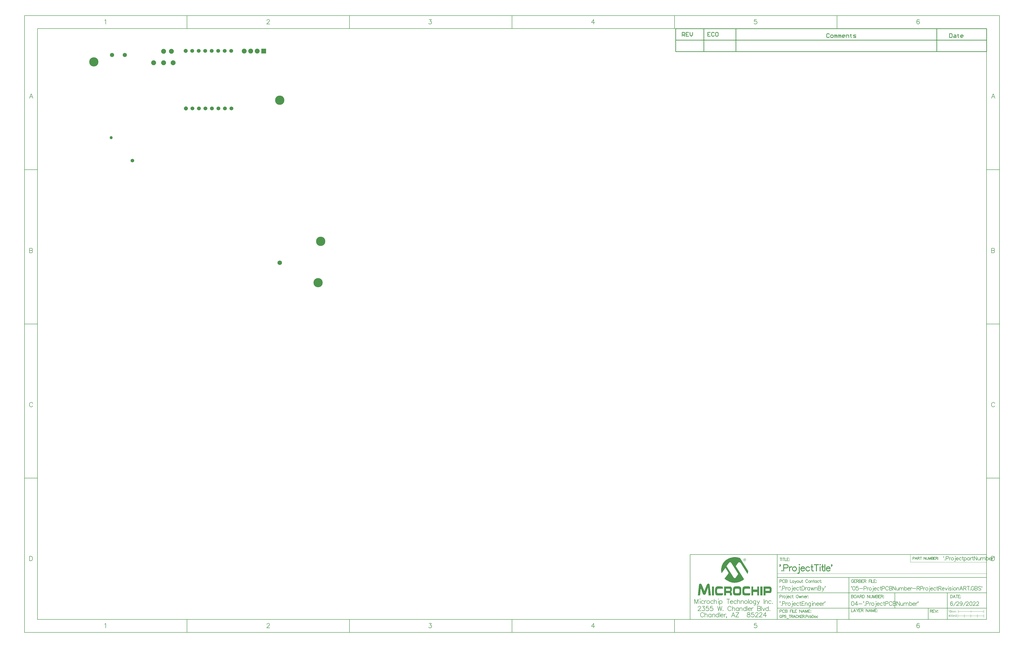
<source format=gbs>
G04*
G04 #@! TF.GenerationSoftware,Altium Limited,Altium Designer,22.5.1 (42)*
G04*
G04 Layer_Color=255*
%FSLAX43Y43*%
%MOMM*%
G71*
G04*
G04 #@! TF.SameCoordinates,C4BC9487-C326-4BBF-99EC-16615E38A13B*
G04*
G04*
G04 #@! TF.FilePolarity,Negative*
G04*
G01*
G75*
%ADD11C,0.200*%
%ADD12C,0.100*%
%ADD13C,0.254*%
%ADD15C,0.127*%
%ADD16C,0.180*%
%ADD17C,0.178*%
%ADD18C,0.150*%
%ADD19C,0.350*%
%ADD77C,3.600*%
%ADD78C,1.770*%
%ADD79C,3.650*%
%ADD80C,1.495*%
%ADD81P,1.619X8X22.5*%
%ADD82P,2.057X8X22.5*%
%ADD83C,1.400*%
%ADD84C,1.200*%
%ADD85C,1.650*%
%ADD86C,1.900*%
%ADD87R,1.900X1.900*%
G36*
X259352Y-135547D02*
X259440Y-135573D01*
X259542Y-135611D01*
X259631Y-135674D01*
X259720Y-135776D01*
X259783Y-135903D01*
X259809Y-135992D01*
X259809Y-136081D01*
X259809Y-136106D01*
X259796Y-136170D01*
X259783Y-136259D01*
X259745Y-136373D01*
X259682Y-136474D01*
X259580Y-136563D01*
X259440Y-136640D01*
X259364Y-136652D01*
X259263Y-136665D01*
X259225Y-136665D01*
X259174Y-136652D01*
X259123Y-136640D01*
X258983Y-136589D01*
X258907Y-136551D01*
X258844Y-136500D01*
X258831Y-136487D01*
X258818Y-136462D01*
X258793Y-136436D01*
X258767Y-136386D01*
X258704Y-136246D01*
X258691Y-136170D01*
X258678Y-136081D01*
X258678Y-136068D01*
X258678Y-136043D01*
X258691Y-136005D01*
X258704Y-135941D01*
X258755Y-135827D01*
X258805Y-135763D01*
X258856Y-135700D01*
X258869Y-135687D01*
X258882Y-135674D01*
X258920Y-135649D01*
X258971Y-135611D01*
X259098Y-135560D01*
X259174Y-135547D01*
X259263Y-135535D01*
X259288Y-135535D01*
X259352Y-135547D01*
X259352Y-135547D02*
G37*
G36*
X255732Y-135052D02*
X255859Y-135065D01*
X255986Y-135077D01*
X256138Y-135090D01*
X256456Y-135141D01*
X256799Y-135217D01*
X257154Y-135319D01*
X257510Y-135458D01*
X260685Y-140500D01*
X260685Y-140513D01*
X260685Y-140538D01*
X260672Y-140589D01*
X260672Y-140653D01*
X260660Y-140742D01*
X260647Y-140831D01*
X260596Y-141046D01*
X260596Y-141059D01*
X260583Y-141097D01*
X260571Y-141161D01*
X260558Y-141237D01*
X260533Y-141326D01*
X260495Y-141427D01*
X260431Y-141669D01*
X257675Y-137363D01*
X257662Y-137351D01*
X257637Y-137313D01*
X257586Y-137262D01*
X257535Y-137198D01*
X257459Y-137135D01*
X257370Y-137084D01*
X257281Y-137046D01*
X257180Y-137033D01*
X257142Y-137033D01*
X257091Y-137046D01*
X257027Y-137071D01*
X256964Y-137109D01*
X256888Y-137173D01*
X256799Y-137249D01*
X256723Y-137351D01*
X255808Y-138608D01*
X259034Y-143713D01*
X259021Y-143726D01*
X258958Y-143777D01*
X258882Y-143840D01*
X258755Y-143929D01*
X258615Y-144031D01*
X258437Y-144145D01*
X258221Y-144272D01*
X257993Y-144399D01*
X257726Y-144526D01*
X257447Y-144653D01*
X257142Y-144768D01*
X256812Y-144869D01*
X256456Y-144958D01*
X256088Y-145022D01*
X255707Y-145072D01*
X255300Y-145085D01*
X255199Y-145085D01*
X255084Y-145072D01*
X254932Y-145060D01*
X254741Y-145034D01*
X254513Y-144996D01*
X254259Y-144945D01*
X253992Y-144882D01*
X253700Y-144793D01*
X253383Y-144679D01*
X253065Y-144552D01*
X252748Y-144387D01*
X252417Y-144196D01*
X252087Y-143980D01*
X251770Y-143726D01*
X251465Y-143434D01*
X252836Y-141542D01*
X252849Y-141529D01*
X252875Y-141478D01*
X252887Y-141440D01*
X252900Y-141389D01*
X252925Y-141313D01*
X252938Y-141237D01*
X252938Y-141224D01*
X252938Y-141212D01*
X252925Y-141135D01*
X252875Y-141008D01*
X252836Y-140932D01*
X252786Y-140856D01*
X251770Y-139268D01*
X250258Y-141364D01*
X250258Y-141351D01*
X250246Y-141339D01*
X250246Y-141300D01*
X250233Y-141250D01*
X250208Y-141123D01*
X250169Y-140958D01*
X250131Y-140742D01*
X250106Y-140513D01*
X250093Y-140259D01*
X250081Y-139980D01*
X250081Y-139954D01*
X250081Y-139891D01*
X250093Y-139789D01*
X250106Y-139649D01*
X250131Y-139484D01*
X250157Y-139281D01*
X250208Y-139065D01*
X250258Y-138824D01*
X250335Y-138557D01*
X250436Y-138291D01*
X250550Y-138011D01*
X250690Y-137719D01*
X250855Y-137440D01*
X251046Y-137148D01*
X251274Y-136868D01*
X251528Y-136589D01*
X251541Y-136576D01*
X251605Y-136525D01*
X251693Y-136449D01*
X251808Y-136347D01*
X251960Y-136233D01*
X252138Y-136093D01*
X252354Y-135954D01*
X252595Y-135814D01*
X252875Y-135674D01*
X253167Y-135535D01*
X253484Y-135395D01*
X253827Y-135281D01*
X254208Y-135179D01*
X254589Y-135103D01*
X255008Y-135052D01*
X255440Y-135039D01*
X255630Y-135039D01*
X255732Y-135052D01*
X255732Y-135052D02*
G37*
G36*
X260990Y-146520D02*
X261066Y-146520D01*
X261117Y-146533D01*
X261130Y-146533D01*
X261155Y-146546D01*
X261206Y-146571D01*
X261257Y-146596D01*
X261307Y-146647D01*
X261358Y-146698D01*
X261409Y-146774D01*
X261434Y-146876D01*
X261434Y-146888D01*
X261434Y-146914D01*
X261447Y-146952D01*
X261447Y-147015D01*
X261447Y-147092D01*
X261460Y-147181D01*
X261460Y-147295D01*
X261460Y-147435D01*
X259580Y-147384D01*
X259567Y-147384D01*
X259517Y-147396D01*
X259440Y-147422D01*
X259364Y-147460D01*
X259275Y-147549D01*
X259212Y-147676D01*
X259174Y-147752D01*
X259161Y-147854D01*
X259136Y-147955D01*
X259136Y-148082D01*
X259136Y-148463D01*
X259136Y-148476D01*
X259136Y-148489D01*
X259148Y-148565D01*
X259161Y-148679D01*
X259186Y-148806D01*
X259237Y-148933D01*
X259313Y-149047D01*
X259415Y-149124D01*
X259479Y-149136D01*
X259555Y-149149D01*
X261485Y-149149D01*
X261485Y-149174D01*
X261485Y-149238D01*
X261485Y-149327D01*
X261472Y-149441D01*
X261460Y-149568D01*
X261447Y-149682D01*
X261422Y-149771D01*
X261384Y-149848D01*
X261384Y-149860D01*
X261358Y-149873D01*
X261320Y-149898D01*
X261257Y-149936D01*
X261168Y-149975D01*
X261053Y-150000D01*
X260914Y-150013D01*
X260736Y-150025D01*
X259339Y-150025D01*
X259225Y-150000D01*
X259085Y-149975D01*
X258932Y-149936D01*
X258793Y-149873D01*
X258653Y-149784D01*
X258551Y-149657D01*
X258551Y-149644D01*
X258526Y-149606D01*
X258501Y-149543D01*
X258475Y-149441D01*
X258450Y-149327D01*
X258424Y-149174D01*
X258412Y-148997D01*
X258399Y-148793D01*
X258399Y-147765D01*
X258399Y-147752D01*
X258399Y-147727D01*
X258399Y-147676D01*
X258412Y-147625D01*
X258424Y-147473D01*
X258450Y-147295D01*
X258501Y-147104D01*
X258577Y-146914D01*
X258678Y-146761D01*
X258742Y-146685D01*
X258818Y-146634D01*
X258831Y-146634D01*
X258856Y-146609D01*
X258907Y-146596D01*
X258971Y-146571D01*
X259059Y-146546D01*
X259161Y-146533D01*
X259288Y-146507D01*
X260825Y-146507D01*
X260990Y-146520D01*
X260990Y-146520D02*
G37*
G36*
X264914Y-150000D02*
X264178Y-150000D01*
X264178Y-148692D01*
X262628Y-148692D01*
X262628Y-150000D01*
X261942Y-150000D01*
X261942Y-146533D01*
X262628Y-146533D01*
X262628Y-147765D01*
X264178Y-147765D01*
X264178Y-146533D01*
X264914Y-146533D01*
X264914Y-150000D01*
X264914Y-150000D02*
G37*
G36*
X245216Y-145415D02*
X245280Y-145428D01*
X245356Y-145466D01*
X245432Y-145530D01*
X245509Y-145631D01*
X245559Y-145758D01*
X245597Y-145936D01*
X246067Y-150000D01*
X245204Y-150000D01*
X244962Y-147079D01*
X244937Y-147079D01*
X244048Y-149428D01*
X244035Y-149441D01*
X244023Y-149492D01*
X243985Y-149543D01*
X243934Y-149619D01*
X243858Y-149682D01*
X243769Y-149746D01*
X243667Y-149797D01*
X243540Y-149809D01*
X243527Y-149809D01*
X243477Y-149797D01*
X243413Y-149784D01*
X243324Y-149759D01*
X243235Y-149721D01*
X243146Y-149644D01*
X243057Y-149555D01*
X242994Y-149428D01*
X242118Y-147117D01*
X242105Y-147117D01*
X241851Y-150000D01*
X241000Y-150000D01*
X241445Y-145898D01*
X241445Y-145872D01*
X241457Y-145822D01*
X241483Y-145745D01*
X241521Y-145644D01*
X241584Y-145555D01*
X241660Y-145479D01*
X241775Y-145428D01*
X241902Y-145403D01*
X241927Y-145403D01*
X241978Y-145415D01*
X242054Y-145428D01*
X242156Y-145453D01*
X242257Y-145517D01*
X242359Y-145593D01*
X242461Y-145707D01*
X242537Y-145860D01*
X243527Y-148374D01*
X243540Y-148374D01*
X244531Y-145860D01*
X244543Y-145834D01*
X244569Y-145784D01*
X244607Y-145720D01*
X244670Y-145631D01*
X244759Y-145542D01*
X244874Y-145479D01*
X245001Y-145428D01*
X245153Y-145403D01*
X245166Y-145403D01*
X245216Y-145415D01*
X245216Y-145415D02*
G37*
G36*
X269042Y-146546D02*
X269156Y-146558D01*
X269296Y-146609D01*
X269435Y-146673D01*
X269562Y-146774D01*
X269677Y-146927D01*
X269715Y-147015D01*
X269753Y-147117D01*
X269753Y-147130D01*
X269766Y-147155D01*
X269766Y-147219D01*
X269778Y-147282D01*
X269791Y-147371D01*
X269791Y-147473D01*
X269804Y-147600D01*
X269804Y-147727D01*
X269804Y-148006D01*
X269804Y-148019D01*
X269804Y-148031D01*
X269804Y-148108D01*
X269791Y-148209D01*
X269778Y-148349D01*
X269753Y-148489D01*
X269715Y-148641D01*
X269664Y-148781D01*
X269600Y-148895D01*
X269588Y-148908D01*
X269575Y-148933D01*
X269537Y-148971D01*
X269486Y-149009D01*
X269410Y-149047D01*
X269334Y-149086D01*
X269245Y-149111D01*
X269131Y-149124D01*
X267416Y-149124D01*
X267416Y-150000D01*
X266692Y-150000D01*
X266692Y-146533D01*
X268965Y-146533D01*
X269042Y-146546D01*
X269042Y-146546D02*
G37*
G36*
X266235Y-150000D02*
X265422Y-150000D01*
X265422Y-146533D01*
X266235Y-146533D01*
X266235Y-150000D01*
X266235Y-150000D02*
G37*
G36*
X253725Y-146546D02*
X253840Y-146584D01*
X253967Y-146660D01*
X254030Y-146711D01*
X254094Y-146787D01*
X254157Y-146863D01*
X254208Y-146965D01*
X254246Y-147079D01*
X254284Y-147219D01*
X254297Y-147384D01*
X254310Y-147562D01*
X254310Y-147777D01*
X254310Y-147790D01*
X254310Y-147803D01*
X254310Y-147841D01*
X254310Y-147892D01*
X254284Y-148019D01*
X254259Y-148158D01*
X254208Y-148311D01*
X254145Y-148451D01*
X254043Y-148565D01*
X253979Y-148616D01*
X253916Y-148641D01*
X253916Y-148654D01*
X253929Y-148654D01*
X253979Y-148679D01*
X254043Y-148730D01*
X254119Y-148793D01*
X254183Y-148895D01*
X254246Y-149022D01*
X254297Y-149200D01*
X254310Y-149314D01*
X254310Y-149428D01*
X254310Y-150000D01*
X253573Y-150000D01*
X253573Y-149594D01*
X253573Y-149581D01*
X253573Y-149543D01*
X253573Y-149492D01*
X253573Y-149441D01*
X253560Y-149314D01*
X253560Y-149263D01*
X253548Y-149225D01*
X253535Y-149200D01*
X253497Y-149162D01*
X253408Y-149124D01*
X253294Y-149098D01*
X252011Y-149098D01*
X252011Y-150000D01*
X251274Y-150000D01*
X251274Y-146533D01*
X253649Y-146533D01*
X253725Y-146546D01*
X253725Y-146546D02*
G37*
G36*
X247312Y-150000D02*
X246499Y-150000D01*
X246499Y-146533D01*
X247312Y-146533D01*
X247312Y-150000D01*
X247312Y-150000D02*
G37*
G36*
X257154Y-146520D02*
X257281Y-146546D01*
X257421Y-146584D01*
X257561Y-146634D01*
X257675Y-146711D01*
X257777Y-146812D01*
X257789Y-146825D01*
X257815Y-146863D01*
X257840Y-146939D01*
X257891Y-147041D01*
X257929Y-147181D01*
X257954Y-147333D01*
X257980Y-147523D01*
X257993Y-147752D01*
X257993Y-148781D01*
X257993Y-148793D01*
X257993Y-148819D01*
X257993Y-148870D01*
X257980Y-148933D01*
X257967Y-149098D01*
X257929Y-149289D01*
X257866Y-149492D01*
X257777Y-149682D01*
X257650Y-149848D01*
X257574Y-149911D01*
X257485Y-149962D01*
X257472Y-149962D01*
X257447Y-149975D01*
X257408Y-149987D01*
X257345Y-149987D01*
X257269Y-150000D01*
X257180Y-150013D01*
X257066Y-150025D01*
X255694Y-150025D01*
X255592Y-150013D01*
X255453Y-149987D01*
X255313Y-149949D01*
X255173Y-149886D01*
X255034Y-149809D01*
X254932Y-149695D01*
X254919Y-149682D01*
X254907Y-149644D01*
X254868Y-149568D01*
X254843Y-149467D01*
X254805Y-149340D01*
X254767Y-149187D01*
X254754Y-148997D01*
X254741Y-148781D01*
X254741Y-147752D01*
X254741Y-147739D01*
X254741Y-147701D01*
X254741Y-147650D01*
X254754Y-147587D01*
X254754Y-147511D01*
X254780Y-147409D01*
X254818Y-147206D01*
X254894Y-147003D01*
X254995Y-146800D01*
X255059Y-146723D01*
X255148Y-146647D01*
X255237Y-146584D01*
X255338Y-146546D01*
X255351Y-146546D01*
X255376Y-146533D01*
X255415Y-146533D01*
X255465Y-146520D01*
X255529Y-146520D01*
X255605Y-146507D01*
X257053Y-146507D01*
X257154Y-146520D01*
X257154Y-146520D02*
G37*
G36*
X250081Y-146520D02*
X250258Y-146520D01*
X250411Y-146533D01*
X250487Y-146546D01*
X250538Y-146558D01*
X250589Y-146571D01*
X250614Y-146584D01*
X250627Y-146584D01*
X250639Y-146609D01*
X250677Y-146660D01*
X250716Y-146723D01*
X250741Y-146825D01*
X250779Y-146965D01*
X250792Y-147155D01*
X250804Y-147257D01*
X250804Y-147384D01*
X248912Y-147384D01*
X248823Y-147396D01*
X248722Y-147447D01*
X248671Y-147473D01*
X248620Y-147523D01*
X248620Y-147536D01*
X248607Y-147549D01*
X248582Y-147587D01*
X248569Y-147650D01*
X248544Y-147727D01*
X248518Y-147816D01*
X248506Y-147943D01*
X248506Y-148082D01*
X248506Y-148463D01*
X248506Y-148476D01*
X248506Y-148527D01*
X248506Y-148603D01*
X248518Y-148679D01*
X248531Y-148857D01*
X248544Y-148933D01*
X248569Y-148984D01*
X248569Y-148997D01*
X248582Y-149009D01*
X248645Y-149060D01*
X248696Y-149098D01*
X248760Y-149124D01*
X248836Y-149136D01*
X248925Y-149149D01*
X250855Y-149149D01*
X250855Y-149174D01*
X250855Y-149225D01*
X250855Y-149314D01*
X250843Y-149416D01*
X250830Y-149530D01*
X250817Y-149644D01*
X250792Y-149733D01*
X250754Y-149809D01*
X250741Y-149822D01*
X250728Y-149848D01*
X250677Y-149873D01*
X250627Y-149911D01*
X250538Y-149962D01*
X250423Y-149987D01*
X250284Y-150013D01*
X250106Y-150025D01*
X248709Y-150025D01*
X248595Y-150013D01*
X248480Y-149987D01*
X248341Y-149962D01*
X248201Y-149911D01*
X248074Y-149835D01*
X247972Y-149746D01*
X247960Y-149733D01*
X247934Y-149695D01*
X247896Y-149619D01*
X247858Y-149517D01*
X247820Y-149390D01*
X247782Y-149225D01*
X247756Y-149022D01*
X247744Y-148781D01*
X247744Y-147752D01*
X247744Y-147739D01*
X247744Y-147701D01*
X247744Y-147650D01*
X247756Y-147574D01*
X247769Y-147485D01*
X247782Y-147396D01*
X247833Y-147181D01*
X247922Y-146965D01*
X248049Y-146761D01*
X248125Y-146673D01*
X248226Y-146609D01*
X248328Y-146558D01*
X248455Y-146520D01*
X248480Y-146520D01*
X248557Y-146507D01*
X249915Y-146507D01*
X250081Y-146520D01*
X250081Y-146520D02*
G37*
%LPC*%
G36*
X259263Y-135624D02*
X259237Y-135624D01*
X259186Y-135636D01*
X259110Y-135649D01*
X259021Y-135674D01*
X258920Y-135738D01*
X258844Y-135814D01*
X258793Y-135928D01*
X258767Y-136081D01*
X258767Y-136093D01*
X258767Y-136119D01*
X258780Y-136157D01*
X258780Y-136195D01*
X258831Y-136322D01*
X258856Y-136373D01*
X258907Y-136436D01*
X258920Y-136436D01*
X258932Y-136462D01*
X259009Y-136500D01*
X259110Y-136551D01*
X259186Y-136563D01*
X259263Y-136576D01*
X259288Y-136576D01*
X259339Y-136563D01*
X259402Y-136551D01*
X259491Y-136513D01*
X259580Y-136449D01*
X259644Y-136373D01*
X259694Y-136246D01*
X259720Y-136081D01*
X259720Y-136055D01*
X259707Y-136005D01*
X259694Y-135941D01*
X259669Y-135852D01*
X259605Y-135763D01*
X259529Y-135700D01*
X259415Y-135649D01*
X259263Y-135624D01*
X259263Y-135624D02*
G37*
%LPD*%
G36*
X259390Y-135789D02*
X259428Y-135814D01*
X259466Y-135839D01*
X259491Y-135890D01*
X259504Y-135954D01*
X259504Y-135966D01*
X259504Y-135979D01*
X259479Y-136043D01*
X259440Y-136119D01*
X259390Y-136144D01*
X259339Y-136157D01*
X259517Y-136436D01*
X259415Y-136436D01*
X259225Y-136157D01*
X259123Y-136157D01*
X259123Y-136436D01*
X259021Y-136436D01*
X259021Y-135763D01*
X259301Y-135763D01*
X259390Y-135789D01*
X259390Y-135789D02*
G37*
%LPC*%
G36*
X259288Y-135852D02*
X259123Y-135852D01*
X259123Y-136068D01*
X259301Y-136068D01*
X259339Y-136055D01*
X259377Y-136017D01*
X259390Y-135954D01*
X259390Y-135941D01*
X259377Y-135903D01*
X259352Y-135865D01*
X259288Y-135852D01*
X259288Y-135852D02*
G37*
G36*
X253611Y-137021D02*
X253573Y-137021D01*
X253522Y-137033D01*
X253459Y-137059D01*
X253383Y-137097D01*
X253306Y-137160D01*
X253217Y-137236D01*
X253129Y-137338D01*
X252227Y-138595D01*
X254932Y-142875D01*
X254945Y-142888D01*
X254970Y-142939D01*
X255021Y-142990D01*
X255084Y-143066D01*
X255148Y-143129D01*
X255224Y-143193D01*
X255313Y-143244D01*
X255389Y-143256D01*
X255440Y-143256D01*
X255478Y-143244D01*
X255542Y-143218D01*
X255618Y-143193D01*
X255694Y-143142D01*
X255770Y-143066D01*
X255846Y-142977D01*
X256786Y-141618D01*
X254081Y-137351D01*
X254068Y-137338D01*
X254043Y-137300D01*
X254005Y-137249D01*
X253941Y-137186D01*
X253878Y-137122D01*
X253802Y-137071D01*
X253713Y-137033D01*
X253611Y-137021D01*
X253611Y-137021D02*
G37*
G36*
X268775Y-147371D02*
X267416Y-147371D01*
X267416Y-148260D01*
X268864Y-148260D01*
X268889Y-148235D01*
X268940Y-148209D01*
X268978Y-148171D01*
X269004Y-148108D01*
X269029Y-148019D01*
X269042Y-147892D01*
X269042Y-147765D01*
X269042Y-147752D01*
X269042Y-147701D01*
X269029Y-147638D01*
X269004Y-147562D01*
X268978Y-147498D01*
X268927Y-147435D01*
X268864Y-147384D01*
X268775Y-147371D01*
X268775Y-147371D02*
G37*
G36*
X253256Y-147371D02*
X252011Y-147371D01*
X252011Y-148235D01*
X253383Y-148235D01*
X253421Y-148209D01*
X253484Y-148184D01*
X253535Y-148146D01*
X253573Y-148082D01*
X253611Y-147993D01*
X253624Y-147866D01*
X253624Y-147765D01*
X253624Y-147752D01*
X253624Y-147701D01*
X253611Y-147638D01*
X253573Y-147562D01*
X253535Y-147498D01*
X253471Y-147435D01*
X253383Y-147384D01*
X253256Y-147371D01*
X253256Y-147371D02*
G37*
G36*
X256786Y-147371D02*
X255897Y-147371D01*
X255859Y-147384D01*
X255808Y-147396D01*
X255707Y-147435D01*
X255656Y-147485D01*
X255605Y-147536D01*
X255605Y-147549D01*
X255592Y-147562D01*
X255567Y-147600D01*
X255554Y-147663D01*
X255529Y-147739D01*
X255503Y-147828D01*
X255491Y-147943D01*
X255491Y-148082D01*
X255491Y-148463D01*
X255491Y-148476D01*
X255491Y-148527D01*
X255491Y-148590D01*
X255503Y-148679D01*
X255529Y-148857D01*
X255542Y-148946D01*
X255567Y-149009D01*
X255580Y-149035D01*
X255643Y-149073D01*
X255681Y-149098D01*
X255745Y-149124D01*
X255808Y-149136D01*
X255897Y-149149D01*
X256850Y-149149D01*
X256900Y-149136D01*
X256964Y-149111D01*
X257053Y-149060D01*
X257129Y-148984D01*
X257205Y-148857D01*
X257231Y-148781D01*
X257256Y-148692D01*
X257269Y-148578D01*
X257269Y-148463D01*
X257269Y-148082D01*
X257269Y-148070D01*
X257269Y-148019D01*
X257256Y-147955D01*
X257256Y-147866D01*
X257205Y-147689D01*
X257180Y-147600D01*
X257129Y-147536D01*
X257129Y-147523D01*
X257104Y-147511D01*
X257040Y-147447D01*
X256926Y-147396D01*
X256862Y-147384D01*
X256786Y-147371D01*
X256786Y-147371D02*
G37*
%LPD*%
D11*
X337071Y-134893D02*
X337000Y-134822D01*
X337071Y-134750D01*
X337143Y-134822D01*
X337143Y-134965D01*
X337071Y-135107D01*
X337000Y-135179D01*
X337543Y-136107D02*
X337471Y-136179D01*
X337543Y-136250D01*
X337614Y-136179D01*
X337543Y-136107D01*
X337943Y-135536D02*
X338585Y-135536D01*
X338800Y-135464D01*
X338871Y-135393D01*
X338942Y-135250D01*
X338942Y-135036D01*
X338871Y-134893D01*
X338800Y-134822D01*
X338585Y-134750D01*
X337943Y-134750D01*
X337943Y-136250D01*
X339278Y-135250D02*
X339278Y-136250D01*
X339278Y-135679D02*
X339350Y-135464D01*
X339492Y-135322D01*
X339635Y-135250D01*
X339849Y-135250D01*
X340342Y-135250D02*
X340199Y-135322D01*
X340057Y-135464D01*
X339985Y-135679D01*
X339985Y-135821D01*
X340057Y-136036D01*
X340199Y-136179D01*
X340342Y-136250D01*
X340556Y-136250D01*
X340699Y-136179D01*
X340842Y-136036D01*
X340913Y-135821D01*
X340913Y-135679D01*
X340842Y-135464D01*
X340699Y-135322D01*
X340556Y-135250D01*
X340342Y-135250D01*
X341528Y-134750D02*
X341599Y-134822D01*
X341670Y-134750D01*
X341599Y-134679D01*
X341528Y-134750D01*
X341599Y-135250D02*
X341599Y-136464D01*
X341528Y-136678D01*
X341385Y-136750D01*
X341242Y-136750D01*
X341949Y-135679D02*
X342806Y-135679D01*
X342806Y-135536D01*
X342734Y-135393D01*
X342663Y-135322D01*
X342520Y-135250D01*
X342306Y-135250D01*
X342163Y-135322D01*
X342020Y-135464D01*
X341949Y-135679D01*
X341949Y-135821D01*
X342020Y-136036D01*
X342163Y-136179D01*
X342306Y-136250D01*
X342520Y-136250D01*
X342663Y-136179D01*
X342806Y-136036D01*
X343984Y-135464D02*
X343841Y-135322D01*
X343699Y-135250D01*
X343484Y-135250D01*
X343342Y-135322D01*
X343199Y-135464D01*
X343127Y-135679D01*
X343127Y-135821D01*
X343199Y-136036D01*
X343342Y-136179D01*
X343484Y-136250D01*
X343699Y-136250D01*
X343841Y-136179D01*
X343984Y-136036D01*
X344520Y-134750D02*
X344520Y-135964D01*
X344591Y-136179D01*
X344734Y-136250D01*
X344877Y-136250D01*
X344306Y-135250D02*
X344805Y-135250D01*
X345091Y-135250D02*
X345091Y-136750D01*
X345091Y-135464D02*
X345234Y-135322D01*
X345377Y-135250D01*
X345591Y-135250D01*
X345734Y-135322D01*
X345877Y-135464D01*
X345948Y-135679D01*
X345948Y-135821D01*
X345877Y-136036D01*
X345734Y-136179D01*
X345591Y-136250D01*
X345377Y-136250D01*
X345234Y-136179D01*
X345091Y-136036D01*
X347126Y-135250D02*
X347126Y-136250D01*
X347126Y-135464D02*
X346984Y-135322D01*
X346841Y-135250D01*
X346627Y-135250D01*
X346484Y-135322D01*
X346341Y-135464D01*
X346269Y-135679D01*
X346269Y-135821D01*
X346341Y-136036D01*
X346484Y-136179D01*
X346627Y-136250D01*
X346841Y-136250D01*
X346984Y-136179D01*
X347126Y-136036D01*
X347526Y-135250D02*
X347526Y-136250D01*
X347526Y-135679D02*
X347598Y-135464D01*
X347741Y-135322D01*
X347883Y-135250D01*
X348098Y-135250D01*
X348448Y-134750D02*
X348448Y-135964D01*
X348519Y-136179D01*
X348662Y-136250D01*
X348805Y-136250D01*
X348233Y-135250D02*
X348733Y-135250D01*
X349019Y-134750D02*
X349019Y-136250D01*
X349019Y-134750D02*
X350019Y-136250D01*
X350019Y-134750D02*
X350019Y-136250D01*
X350433Y-135250D02*
X350433Y-135964D01*
X350504Y-136179D01*
X350647Y-136250D01*
X350861Y-136250D01*
X351004Y-136179D01*
X351218Y-135964D01*
X351218Y-135250D02*
X351218Y-136250D01*
X351611Y-135250D02*
X351611Y-136250D01*
X351611Y-135536D02*
X351825Y-135322D01*
X351968Y-135250D01*
X352182Y-135250D01*
X352325Y-135322D01*
X352397Y-135536D01*
X352397Y-136250D01*
X352397Y-135536D02*
X352611Y-135322D01*
X352754Y-135250D01*
X352968Y-135250D01*
X353111Y-135322D01*
X353182Y-135536D01*
X353182Y-136250D01*
X353654Y-134750D02*
X353654Y-136250D01*
X353654Y-135464D02*
X353796Y-135322D01*
X353939Y-135250D01*
X354154Y-135250D01*
X354296Y-135322D01*
X354439Y-135464D01*
X354511Y-135679D01*
X354511Y-135821D01*
X354439Y-136036D01*
X354296Y-136179D01*
X354154Y-136250D01*
X353939Y-136250D01*
X353796Y-136179D01*
X353654Y-136036D01*
X354832Y-135679D02*
X355689Y-135679D01*
X355689Y-135536D01*
X355617Y-135393D01*
X355546Y-135322D01*
X355403Y-135250D01*
X355189Y-135250D01*
X355046Y-135322D01*
X354903Y-135464D01*
X354832Y-135679D01*
X354832Y-135821D01*
X354903Y-136036D01*
X355046Y-136179D01*
X355189Y-136250D01*
X355403Y-136250D01*
X355546Y-136179D01*
X355689Y-136036D01*
X356010Y-135250D02*
X356010Y-136250D01*
X356010Y-135679D02*
X356082Y-135464D01*
X356224Y-135322D01*
X356367Y-135250D01*
X356582Y-135250D01*
X356789Y-134893D02*
X356717Y-134822D01*
X356789Y-134750D01*
X356860Y-134822D01*
X356860Y-134965D01*
X356789Y-135107D01*
X356717Y-135179D01*
D12*
X347700Y-156600D02*
X347700Y-156000D01*
X342540Y-158635D02*
X342540Y-157365D01*
X345080Y-158635D02*
X345080Y-157365D01*
X347620Y-158635D02*
X347620Y-157365D01*
X350160Y-158635D02*
X350160Y-157365D01*
X352700Y-158635D02*
X352700Y-157365D01*
X342540Y-158000D02*
X352700Y-158000D01*
X342700Y-156300D02*
X352700Y-156300D01*
X353820Y-137000D02*
X353820Y-137000D01*
X342700Y-156800D02*
X342700Y-155800D01*
X352700Y-156800D02*
X352700Y-155800D01*
X324000Y-137000D02*
X324000Y-134000D01*
X324000Y-137000D02*
X353820Y-137000D01*
X272000Y-141500D02*
X353820Y-141500D01*
X339233Y-157600D02*
X338900Y-158067D01*
X339400Y-158067D01*
X339233Y-157600D02*
X339233Y-158300D01*
X339723Y-157600D02*
X339623Y-157633D01*
X339557Y-157733D01*
X339523Y-157900D01*
X339523Y-158000D01*
X339557Y-158167D01*
X339623Y-158267D01*
X339723Y-158300D01*
X339790Y-158300D01*
X339890Y-158267D01*
X339956Y-158167D01*
X339990Y-158000D01*
X339990Y-157900D01*
X339956Y-157733D01*
X339890Y-157633D01*
X339790Y-157600D01*
X339723Y-157600D01*
X340346Y-157600D02*
X340246Y-157633D01*
X340180Y-157733D01*
X340146Y-157900D01*
X340146Y-158000D01*
X340180Y-158167D01*
X340246Y-158267D01*
X340346Y-158300D01*
X340413Y-158300D01*
X340513Y-158267D01*
X340580Y-158167D01*
X340613Y-158000D01*
X340613Y-157900D01*
X340580Y-157733D01*
X340513Y-157633D01*
X340413Y-157600D01*
X340346Y-157600D01*
X340770Y-157833D02*
X340770Y-158300D01*
X340770Y-157967D02*
X340870Y-157867D01*
X340936Y-157833D01*
X341036Y-157833D01*
X341103Y-157867D01*
X341136Y-157967D01*
X341136Y-158300D01*
X341136Y-157967D02*
X341236Y-157867D01*
X341303Y-157833D01*
X341403Y-157833D01*
X341469Y-157867D01*
X341503Y-157967D01*
X341503Y-158300D01*
X341789Y-157600D02*
X341823Y-157633D01*
X341856Y-157600D01*
X341823Y-157567D01*
X341789Y-157600D01*
X341823Y-157833D02*
X341823Y-158300D01*
X341979Y-157600D02*
X341979Y-158300D01*
X339000Y-156033D02*
X339067Y-156000D01*
X339167Y-155900D01*
X339167Y-156600D01*
X339713Y-155900D02*
X339613Y-155933D01*
X339547Y-156033D01*
X339513Y-156200D01*
X339513Y-156300D01*
X339547Y-156467D01*
X339613Y-156567D01*
X339713Y-156600D01*
X339780Y-156600D01*
X339880Y-156567D01*
X339946Y-156467D01*
X339980Y-156300D01*
X339980Y-156200D01*
X339946Y-156033D01*
X339880Y-155933D01*
X339780Y-155900D01*
X339713Y-155900D01*
X340136Y-156133D02*
X340136Y-156600D01*
X340136Y-156267D02*
X340236Y-156167D01*
X340303Y-156133D01*
X340403Y-156133D01*
X340470Y-156167D01*
X340503Y-156267D01*
X340503Y-156600D01*
X340503Y-156267D02*
X340603Y-156167D01*
X340670Y-156133D01*
X340770Y-156133D01*
X340836Y-156167D01*
X340870Y-156267D01*
X340870Y-156600D01*
X341090Y-156133D02*
X341090Y-156600D01*
X341090Y-156267D02*
X341190Y-156167D01*
X341256Y-156133D01*
X341356Y-156133D01*
X341423Y-156167D01*
X341456Y-156267D01*
X341456Y-156600D01*
X341456Y-156267D02*
X341556Y-156167D01*
X341623Y-156133D01*
X341723Y-156133D01*
X341789Y-156167D01*
X341823Y-156267D01*
X341823Y-156600D01*
D13*
X353820Y62720D02*
X353820Y71720D01*
X232320Y71720D02*
X353820Y71720D01*
X255820Y62720D02*
X255820Y67220D01*
X232320Y67220D02*
X232320Y71720D01*
X232320Y67220D02*
X353820Y67220D01*
X243320Y67220D02*
X243320Y71720D01*
X255820Y67220D02*
X255820Y71720D01*
X334320Y67220D02*
X334320Y71720D01*
X232320Y62720D02*
X232320Y67220D01*
X232320Y62720D02*
X353820Y62720D01*
X334320Y62720D02*
X334320Y67220D01*
X243320Y62720D02*
X243320Y67220D01*
X234820Y68720D02*
X234820Y70244D01*
X235582Y70244D01*
X235836Y69990D01*
X235836Y69482D01*
X235582Y69228D01*
X234820Y69228D01*
X235328Y69228D02*
X235836Y68720D01*
X237359Y70244D02*
X236344Y70244D01*
X236344Y68720D01*
X237359Y68720D01*
X236344Y69482D02*
X236851Y69482D01*
X237867Y70244D02*
X237867Y69228D01*
X238375Y68720D01*
X238883Y69228D01*
X238883Y70244D01*
X245836Y70244D02*
X244820Y70244D01*
X244820Y68720D01*
X245836Y68720D01*
X244820Y69482D02*
X245328Y69482D01*
X247359Y69990D02*
X247105Y70244D01*
X246597Y70244D01*
X246344Y69990D01*
X246344Y68974D01*
X246597Y68720D01*
X247105Y68720D01*
X247359Y68974D01*
X248629Y70244D02*
X248121Y70244D01*
X247867Y69990D01*
X247867Y68974D01*
X248121Y68720D01*
X248629Y68720D01*
X248883Y68974D01*
X248883Y69990D01*
X248629Y70244D01*
X292336Y69490D02*
X292082Y69744D01*
X291574Y69744D01*
X291320Y69490D01*
X291320Y68474D01*
X291574Y68220D01*
X292082Y68220D01*
X292336Y68474D01*
X293097Y68220D02*
X293605Y68220D01*
X293859Y68474D01*
X293859Y68982D01*
X293605Y69236D01*
X293097Y69236D01*
X292844Y68982D01*
X292844Y68474D01*
X293097Y68220D01*
X294367Y68220D02*
X294367Y69236D01*
X294621Y69236D01*
X294875Y68982D01*
X294875Y68220D01*
X294875Y68982D01*
X295129Y69236D01*
X295383Y68982D01*
X295383Y68220D01*
X295891Y68220D02*
X295891Y69236D01*
X296144Y69236D01*
X296398Y68982D01*
X296398Y68220D01*
X296398Y68982D01*
X296652Y69236D01*
X296906Y68982D01*
X296906Y68220D01*
X298176Y68220D02*
X297668Y68220D01*
X297414Y68474D01*
X297414Y68982D01*
X297668Y69236D01*
X298176Y69236D01*
X298430Y68982D01*
X298430Y68728D01*
X297414Y68728D01*
X298938Y68220D02*
X298938Y69236D01*
X299699Y69236D01*
X299953Y68982D01*
X299953Y68220D01*
X300715Y69490D02*
X300715Y69236D01*
X300461Y69236D01*
X300969Y69236D01*
X300715Y69236D01*
X300715Y68474D01*
X300969Y68220D01*
X301731Y68220D02*
X302492Y68220D01*
X302746Y68474D01*
X302492Y68728D01*
X301985Y68728D01*
X301731Y68982D01*
X301985Y69236D01*
X302746Y69236D01*
X339320Y69744D02*
X339320Y68220D01*
X340082Y68220D01*
X340336Y68474D01*
X340336Y69490D01*
X340082Y69744D01*
X339320Y69744D01*
X341097Y69236D02*
X341605Y69236D01*
X341859Y68982D01*
X341859Y68220D01*
X341097Y68220D01*
X340844Y68474D01*
X341097Y68728D01*
X341859Y68728D01*
X342621Y69490D02*
X342621Y69236D01*
X342367Y69236D01*
X342875Y69236D01*
X342621Y69236D01*
X342621Y68474D01*
X342875Y68220D01*
X344398Y68220D02*
X343891Y68220D01*
X343637Y68474D01*
X343637Y68982D01*
X343891Y69236D01*
X344398Y69236D01*
X344652Y68982D01*
X344652Y68728D01*
X343637Y68728D01*
D15*
X331000Y-159420D02*
X331000Y-155000D01*
X300000Y-159420D02*
X300000Y-143000D01*
X318000Y-155000D02*
X318000Y-149000D01*
X338500Y-159420D02*
X338500Y-149000D01*
X238000Y-159420D02*
X238000Y-134000D01*
X272000Y-159420D02*
X272000Y-134000D01*
X353820Y-159420D02*
X353820Y-134000D01*
X238000Y-159420D02*
X353820Y-159420D01*
X272000Y-155000D02*
X353820Y-155000D01*
X272000Y-149000D02*
X353820Y-149000D01*
X272000Y-143000D02*
X353820Y-143000D01*
X238000Y-134000D02*
X353820Y-134000D01*
X203960Y-159420D02*
X239520Y-159420D01*
X41400Y-164500D02*
X41400Y-159420D01*
X-22100Y-104175D02*
X-17020Y-104175D01*
X-22100Y-43850D02*
X-17020Y-43850D01*
X-22100Y16475D02*
X-17020Y16475D01*
X-17020Y-159420D02*
X353820Y-159420D01*
X-17020Y-159420D02*
X-17020Y71720D01*
X-22100Y-164500D02*
X358900Y-164500D01*
X-22100Y-164500D02*
X-22100Y76800D01*
X353820Y-159420D02*
X353820Y-128940D01*
X104900Y-164500D02*
X104900Y-159420D01*
X168400Y-164500D02*
X168400Y-159420D01*
X231900Y-164500D02*
X231900Y-159420D01*
X295400Y-164500D02*
X295400Y-159420D01*
X353820Y-104175D02*
X358900Y-104175D01*
X353820Y-43850D02*
X358900Y-43850D01*
X353820Y16475D02*
X358900Y16475D01*
X358900Y-164500D02*
X358900Y76800D01*
X353820Y-159420D02*
X353820Y71720D01*
X41400Y71720D02*
X41400Y76800D01*
X-22100Y76800D02*
X358900Y76800D01*
X-17020Y71720D02*
X353820Y71720D01*
X104900Y71720D02*
X104900Y76800D01*
X168400Y71720D02*
X168400Y76800D01*
X231900Y71720D02*
X231900Y76800D01*
X295400Y71720D02*
X295400Y76800D01*
X301000Y-155357D02*
X301000Y-156500D01*
X301653Y-156500D01*
X302649Y-156500D02*
X302214Y-155357D01*
X301778Y-156500D01*
X301941Y-156119D02*
X302486Y-156119D01*
X302915Y-155357D02*
X303351Y-155901D01*
X303351Y-156500D01*
X303786Y-155357D02*
X303351Y-155901D01*
X304641Y-155357D02*
X303933Y-155357D01*
X303933Y-156500D01*
X304641Y-156500D01*
X303933Y-155901D02*
X304368Y-155901D01*
X304831Y-155357D02*
X304831Y-156500D01*
X304831Y-155357D02*
X305321Y-155357D01*
X305484Y-155412D01*
X305538Y-155466D01*
X305593Y-155575D01*
X305593Y-155684D01*
X305538Y-155793D01*
X305484Y-155847D01*
X305321Y-155901D01*
X304831Y-155901D01*
X305212Y-155901D02*
X305593Y-156500D01*
X306746Y-155357D02*
X306746Y-156500D01*
X306746Y-155357D02*
X307508Y-156500D01*
X307508Y-155357D02*
X307508Y-156500D01*
X308695Y-156500D02*
X308259Y-155357D01*
X307824Y-156500D01*
X307987Y-156119D02*
X308531Y-156119D01*
X308961Y-155357D02*
X308961Y-156500D01*
X308961Y-155357D02*
X309397Y-156500D01*
X309832Y-155357D02*
X309397Y-156500D01*
X309832Y-155357D02*
X309832Y-156500D01*
X310866Y-155357D02*
X310158Y-155357D01*
X310158Y-156500D01*
X310866Y-156500D01*
X310158Y-155901D02*
X310594Y-155901D01*
X311111Y-155738D02*
X311056Y-155793D01*
X311111Y-155847D01*
X311165Y-155793D01*
X311111Y-155738D01*
X311111Y-156391D02*
X311056Y-156446D01*
X311111Y-156500D01*
X311165Y-156446D01*
X311111Y-156391D01*
X331750Y-155607D02*
X331750Y-156750D01*
X331750Y-155607D02*
X332240Y-155607D01*
X332403Y-155662D01*
X332457Y-155716D01*
X332512Y-155825D01*
X332512Y-155934D01*
X332457Y-156043D01*
X332403Y-156097D01*
X332240Y-156151D01*
X331750Y-156151D01*
X332131Y-156151D02*
X332512Y-156750D01*
X333475Y-155607D02*
X332768Y-155607D01*
X332768Y-156750D01*
X333475Y-156750D01*
X332768Y-156151D02*
X333203Y-156151D01*
X333665Y-155607D02*
X334101Y-156750D01*
X334536Y-155607D02*
X334101Y-156750D01*
X334737Y-155988D02*
X334683Y-156043D01*
X334737Y-156097D01*
X334792Y-156043D01*
X334737Y-155988D01*
X334737Y-156641D02*
X334683Y-156696D01*
X334737Y-156750D01*
X334792Y-156696D01*
X334737Y-156641D01*
X339700Y-149857D02*
X339700Y-151000D01*
X339700Y-149857D02*
X340081Y-149857D01*
X340244Y-149912D01*
X340353Y-150020D01*
X340407Y-150129D01*
X340462Y-150293D01*
X340462Y-150565D01*
X340407Y-150728D01*
X340353Y-150837D01*
X340244Y-150946D01*
X340081Y-151000D01*
X339700Y-151000D01*
X341588Y-151000D02*
X341153Y-149857D01*
X340718Y-151000D01*
X340881Y-150619D02*
X341425Y-150619D01*
X342236Y-149857D02*
X342236Y-151000D01*
X341855Y-149857D02*
X342617Y-149857D01*
X343460Y-149857D02*
X342753Y-149857D01*
X342753Y-151000D01*
X343460Y-151000D01*
X342753Y-150401D02*
X343188Y-150401D01*
X343705Y-150238D02*
X343651Y-150293D01*
X343705Y-150347D01*
X343760Y-150293D01*
X343705Y-150238D01*
X343705Y-150891D02*
X343651Y-150946D01*
X343705Y-151000D01*
X343760Y-150946D01*
X343705Y-150891D01*
X273381Y-135357D02*
X273381Y-136500D01*
X273000Y-135357D02*
X273762Y-135357D01*
X273898Y-135357D02*
X273898Y-136500D01*
X274518Y-135357D02*
X274518Y-136500D01*
X274137Y-135357D02*
X274899Y-135357D01*
X275035Y-135357D02*
X275035Y-136500D01*
X275688Y-136500D01*
X276521Y-135357D02*
X275813Y-135357D01*
X275813Y-136500D01*
X276521Y-136500D01*
X275813Y-135901D02*
X276249Y-135901D01*
X276766Y-135738D02*
X276711Y-135793D01*
X276766Y-135847D01*
X276820Y-135793D01*
X276766Y-135738D01*
X276766Y-136391D02*
X276711Y-136446D01*
X276766Y-136500D01*
X276820Y-136446D01*
X276766Y-136391D01*
D16*
X273076Y-152553D02*
X273000Y-152477D01*
X273076Y-152400D01*
X273152Y-152477D01*
X273152Y-152629D01*
X273076Y-152781D01*
X273000Y-152857D01*
X273579Y-153848D02*
X273503Y-153924D01*
X273579Y-154000D01*
X273655Y-153924D01*
X273579Y-153848D01*
X274006Y-153238D02*
X274691Y-153238D01*
X274920Y-153162D01*
X274996Y-153086D01*
X275072Y-152934D01*
X275072Y-152705D01*
X274996Y-152553D01*
X274920Y-152477D01*
X274691Y-152400D01*
X274006Y-152400D01*
X274006Y-154000D01*
X275430Y-152934D02*
X275430Y-154000D01*
X275430Y-153391D02*
X275506Y-153162D01*
X275658Y-153010D01*
X275811Y-152934D01*
X276039Y-152934D01*
X276565Y-152934D02*
X276413Y-153010D01*
X276260Y-153162D01*
X276184Y-153391D01*
X276184Y-153543D01*
X276260Y-153771D01*
X276413Y-153924D01*
X276565Y-154000D01*
X276793Y-154000D01*
X276946Y-153924D01*
X277098Y-153771D01*
X277174Y-153543D01*
X277174Y-153391D01*
X277098Y-153162D01*
X276946Y-153010D01*
X276793Y-152934D01*
X276565Y-152934D01*
X277829Y-152400D02*
X277906Y-152477D01*
X277982Y-152400D01*
X277906Y-152324D01*
X277829Y-152400D01*
X277906Y-152934D02*
X277906Y-154229D01*
X277829Y-154457D01*
X277677Y-154533D01*
X277525Y-154533D01*
X278279Y-153391D02*
X279193Y-153391D01*
X279193Y-153238D01*
X279117Y-153086D01*
X279041Y-153010D01*
X278888Y-152934D01*
X278660Y-152934D01*
X278507Y-153010D01*
X278355Y-153162D01*
X278279Y-153391D01*
X278279Y-153543D01*
X278355Y-153771D01*
X278507Y-153924D01*
X278660Y-154000D01*
X278888Y-154000D01*
X279041Y-153924D01*
X279193Y-153771D01*
X280450Y-153162D02*
X280297Y-153010D01*
X280145Y-152934D01*
X279917Y-152934D01*
X279764Y-153010D01*
X279612Y-153162D01*
X279536Y-153391D01*
X279536Y-153543D01*
X279612Y-153771D01*
X279764Y-153924D01*
X279917Y-154000D01*
X280145Y-154000D01*
X280297Y-153924D01*
X280450Y-153771D01*
X281021Y-152400D02*
X281021Y-153695D01*
X281097Y-153924D01*
X281250Y-154000D01*
X281402Y-154000D01*
X280793Y-152934D02*
X281326Y-152934D01*
X282621Y-152400D02*
X281631Y-152400D01*
X281631Y-154000D01*
X282621Y-154000D01*
X281631Y-153162D02*
X282240Y-153162D01*
X282887Y-152934D02*
X282887Y-154000D01*
X282887Y-153238D02*
X283116Y-153010D01*
X283268Y-152934D01*
X283497Y-152934D01*
X283649Y-153010D01*
X283725Y-153238D01*
X283725Y-154000D01*
X285058Y-152934D02*
X285058Y-154152D01*
X284982Y-154381D01*
X284906Y-154457D01*
X284754Y-154533D01*
X284525Y-154533D01*
X284373Y-154457D01*
X285058Y-153162D02*
X284906Y-153010D01*
X284754Y-152934D01*
X284525Y-152934D01*
X284373Y-153010D01*
X284220Y-153162D01*
X284144Y-153391D01*
X284144Y-153543D01*
X284220Y-153771D01*
X284373Y-153924D01*
X284525Y-154000D01*
X284754Y-154000D01*
X284906Y-153924D01*
X285058Y-153771D01*
X285637Y-152400D02*
X285713Y-152477D01*
X285790Y-152400D01*
X285713Y-152324D01*
X285637Y-152400D01*
X285713Y-152934D02*
X285713Y-154000D01*
X286072Y-152934D02*
X286072Y-154000D01*
X286072Y-153238D02*
X286300Y-153010D01*
X286452Y-152934D01*
X286681Y-152934D01*
X286833Y-153010D01*
X286909Y-153238D01*
X286909Y-154000D01*
X287328Y-153391D02*
X288242Y-153391D01*
X288242Y-153238D01*
X288166Y-153086D01*
X288090Y-153010D01*
X287938Y-152934D01*
X287709Y-152934D01*
X287557Y-153010D01*
X287405Y-153162D01*
X287328Y-153391D01*
X287328Y-153543D01*
X287405Y-153771D01*
X287557Y-153924D01*
X287709Y-154000D01*
X287938Y-154000D01*
X288090Y-153924D01*
X288242Y-153771D01*
X288585Y-153391D02*
X289499Y-153391D01*
X289499Y-153238D01*
X289423Y-153086D01*
X289347Y-153010D01*
X289195Y-152934D01*
X288966Y-152934D01*
X288814Y-153010D01*
X288661Y-153162D01*
X288585Y-153391D01*
X288585Y-153543D01*
X288661Y-153771D01*
X288814Y-153924D01*
X288966Y-154000D01*
X289195Y-154000D01*
X289347Y-153924D01*
X289499Y-153771D01*
X289842Y-152934D02*
X289842Y-154000D01*
X289842Y-153391D02*
X289918Y-153162D01*
X290071Y-153010D01*
X290223Y-152934D01*
X290452Y-152934D01*
X290672Y-152553D02*
X290596Y-152477D01*
X290672Y-152400D01*
X290749Y-152477D01*
X290749Y-152629D01*
X290672Y-152781D01*
X290596Y-152857D01*
X301457Y-152400D02*
X301229Y-152477D01*
X301076Y-152705D01*
X301000Y-153086D01*
X301000Y-153314D01*
X301076Y-153695D01*
X301229Y-153924D01*
X301457Y-154000D01*
X301609Y-154000D01*
X301838Y-153924D01*
X301990Y-153695D01*
X302066Y-153314D01*
X302066Y-153086D01*
X301990Y-152705D01*
X301838Y-152477D01*
X301609Y-152400D01*
X301457Y-152400D01*
X303186Y-152400D02*
X302424Y-153467D01*
X303567Y-153467D01*
X303186Y-152400D02*
X303186Y-154000D01*
X303849Y-153314D02*
X305220Y-153314D01*
X305769Y-152553D02*
X305692Y-152477D01*
X305769Y-152400D01*
X305845Y-152477D01*
X305845Y-152629D01*
X305769Y-152781D01*
X305692Y-152857D01*
X306271Y-153848D02*
X306195Y-153924D01*
X306271Y-154000D01*
X306347Y-153924D01*
X306271Y-153848D01*
X306698Y-153238D02*
X307383Y-153238D01*
X307612Y-153162D01*
X307688Y-153086D01*
X307764Y-152934D01*
X307764Y-152705D01*
X307688Y-152553D01*
X307612Y-152477D01*
X307383Y-152400D01*
X306698Y-152400D01*
X306698Y-154000D01*
X308122Y-152934D02*
X308122Y-154000D01*
X308122Y-153391D02*
X308198Y-153162D01*
X308351Y-153010D01*
X308503Y-152934D01*
X308732Y-152934D01*
X309257Y-152934D02*
X309105Y-153010D01*
X308953Y-153162D01*
X308876Y-153391D01*
X308876Y-153543D01*
X308953Y-153771D01*
X309105Y-153924D01*
X309257Y-154000D01*
X309486Y-154000D01*
X309638Y-153924D01*
X309790Y-153771D01*
X309867Y-153543D01*
X309867Y-153391D01*
X309790Y-153162D01*
X309638Y-153010D01*
X309486Y-152934D01*
X309257Y-152934D01*
X310522Y-152400D02*
X310598Y-152477D01*
X310674Y-152400D01*
X310598Y-152324D01*
X310522Y-152400D01*
X310598Y-152934D02*
X310598Y-154229D01*
X310522Y-154457D01*
X310369Y-154533D01*
X310217Y-154533D01*
X310971Y-153391D02*
X311885Y-153391D01*
X311885Y-153238D01*
X311809Y-153086D01*
X311733Y-153010D01*
X311581Y-152934D01*
X311352Y-152934D01*
X311200Y-153010D01*
X311047Y-153162D01*
X310971Y-153391D01*
X310971Y-153543D01*
X311047Y-153771D01*
X311200Y-153924D01*
X311352Y-154000D01*
X311581Y-154000D01*
X311733Y-153924D01*
X311885Y-153771D01*
X313142Y-153162D02*
X312990Y-153010D01*
X312837Y-152934D01*
X312609Y-152934D01*
X312457Y-153010D01*
X312304Y-153162D01*
X312228Y-153391D01*
X312228Y-153543D01*
X312304Y-153771D01*
X312457Y-153924D01*
X312609Y-154000D01*
X312837Y-154000D01*
X312990Y-153924D01*
X313142Y-153771D01*
X313713Y-152400D02*
X313713Y-153695D01*
X313790Y-153924D01*
X313942Y-154000D01*
X314094Y-154000D01*
X313485Y-152934D02*
X314018Y-152934D01*
X314323Y-153238D02*
X315008Y-153238D01*
X315237Y-153162D01*
X315313Y-153086D01*
X315389Y-152934D01*
X315389Y-152705D01*
X315313Y-152553D01*
X315237Y-152477D01*
X315008Y-152400D01*
X314323Y-152400D01*
X314323Y-154000D01*
X316890Y-152781D02*
X316814Y-152629D01*
X316661Y-152477D01*
X316509Y-152400D01*
X316204Y-152400D01*
X316052Y-152477D01*
X315900Y-152629D01*
X315823Y-152781D01*
X315747Y-153010D01*
X315747Y-153391D01*
X315823Y-153619D01*
X315900Y-153771D01*
X316052Y-153924D01*
X316204Y-154000D01*
X316509Y-154000D01*
X316661Y-153924D01*
X316814Y-153771D01*
X316890Y-153619D01*
X317339Y-152400D02*
X317339Y-154000D01*
X317339Y-152400D02*
X318025Y-152400D01*
X318253Y-152477D01*
X318330Y-152553D01*
X318406Y-152705D01*
X318406Y-152857D01*
X318330Y-153010D01*
X318253Y-153086D01*
X318025Y-153162D01*
X317339Y-153162D02*
X318025Y-153162D01*
X318253Y-153238D01*
X318330Y-153314D01*
X318406Y-153467D01*
X318406Y-153695D01*
X318330Y-153848D01*
X318253Y-153924D01*
X318025Y-154000D01*
X317339Y-154000D01*
X318764Y-152400D02*
X318764Y-154000D01*
X318764Y-152400D02*
X319830Y-154000D01*
X319830Y-152400D02*
X319830Y-154000D01*
X320272Y-152934D02*
X320272Y-153695D01*
X320348Y-153924D01*
X320501Y-154000D01*
X320729Y-154000D01*
X320881Y-153924D01*
X321110Y-153695D01*
X321110Y-152934D02*
X321110Y-154000D01*
X321529Y-152934D02*
X321529Y-154000D01*
X321529Y-153238D02*
X321757Y-153010D01*
X321910Y-152934D01*
X322138Y-152934D01*
X322291Y-153010D01*
X322367Y-153238D01*
X322367Y-154000D01*
X322367Y-153238D02*
X322595Y-153010D01*
X322748Y-152934D01*
X322976Y-152934D01*
X323129Y-153010D01*
X323205Y-153238D01*
X323205Y-154000D01*
X323708Y-152400D02*
X323708Y-154000D01*
X323708Y-153162D02*
X323860Y-153010D01*
X324012Y-152934D01*
X324241Y-152934D01*
X324393Y-153010D01*
X324545Y-153162D01*
X324622Y-153391D01*
X324622Y-153543D01*
X324545Y-153771D01*
X324393Y-153924D01*
X324241Y-154000D01*
X324012Y-154000D01*
X323860Y-153924D01*
X323708Y-153771D01*
X324964Y-153391D02*
X325878Y-153391D01*
X325878Y-153238D01*
X325802Y-153086D01*
X325726Y-153010D01*
X325574Y-152934D01*
X325345Y-152934D01*
X325193Y-153010D01*
X325041Y-153162D01*
X324964Y-153391D01*
X324964Y-153543D01*
X325041Y-153771D01*
X325193Y-153924D01*
X325345Y-154000D01*
X325574Y-154000D01*
X325726Y-153924D01*
X325878Y-153771D01*
X326221Y-152934D02*
X326221Y-154000D01*
X326221Y-153391D02*
X326297Y-153162D01*
X326450Y-153010D01*
X326602Y-152934D01*
X326831Y-152934D01*
X327052Y-152553D02*
X326975Y-152477D01*
X327052Y-152400D01*
X327128Y-152477D01*
X327128Y-152629D01*
X327052Y-152781D01*
X326975Y-152857D01*
D17*
X273076Y-146553D02*
X273000Y-146477D01*
X273076Y-146400D01*
X273152Y-146477D01*
X273152Y-146629D01*
X273076Y-146781D01*
X273000Y-146857D01*
X273579Y-147848D02*
X273503Y-147924D01*
X273579Y-148000D01*
X273655Y-147924D01*
X273579Y-147848D01*
X274006Y-147238D02*
X274691Y-147238D01*
X274920Y-147162D01*
X274996Y-147086D01*
X275072Y-146934D01*
X275072Y-146705D01*
X274996Y-146553D01*
X274920Y-146477D01*
X274691Y-146400D01*
X274006Y-146400D01*
X274006Y-148000D01*
X275430Y-146934D02*
X275430Y-148000D01*
X275430Y-147391D02*
X275506Y-147162D01*
X275658Y-147010D01*
X275811Y-146934D01*
X276039Y-146934D01*
X276565Y-146934D02*
X276413Y-147010D01*
X276260Y-147162D01*
X276184Y-147391D01*
X276184Y-147543D01*
X276260Y-147771D01*
X276413Y-147924D01*
X276565Y-148000D01*
X276793Y-148000D01*
X276946Y-147924D01*
X277098Y-147771D01*
X277174Y-147543D01*
X277174Y-147391D01*
X277098Y-147162D01*
X276946Y-147010D01*
X276793Y-146934D01*
X276565Y-146934D01*
X277829Y-146400D02*
X277906Y-146477D01*
X277982Y-146400D01*
X277906Y-146324D01*
X277829Y-146400D01*
X277906Y-146934D02*
X277906Y-148229D01*
X277829Y-148457D01*
X277677Y-148533D01*
X277525Y-148533D01*
X278279Y-147391D02*
X279193Y-147391D01*
X279193Y-147238D01*
X279117Y-147086D01*
X279041Y-147010D01*
X278888Y-146934D01*
X278660Y-146934D01*
X278507Y-147010D01*
X278355Y-147162D01*
X278279Y-147391D01*
X278279Y-147543D01*
X278355Y-147771D01*
X278507Y-147924D01*
X278660Y-148000D01*
X278888Y-148000D01*
X279041Y-147924D01*
X279193Y-147771D01*
X280450Y-147162D02*
X280297Y-147010D01*
X280145Y-146934D01*
X279917Y-146934D01*
X279764Y-147010D01*
X279612Y-147162D01*
X279536Y-147391D01*
X279536Y-147543D01*
X279612Y-147771D01*
X279764Y-147924D01*
X279917Y-148000D01*
X280145Y-148000D01*
X280297Y-147924D01*
X280450Y-147771D01*
X281021Y-146400D02*
X281021Y-147695D01*
X281097Y-147924D01*
X281250Y-148000D01*
X281402Y-148000D01*
X280793Y-146934D02*
X281326Y-146934D01*
X281631Y-146400D02*
X281631Y-148000D01*
X281631Y-146400D02*
X282164Y-146400D01*
X282392Y-146477D01*
X282545Y-146629D01*
X282621Y-146781D01*
X282697Y-147010D01*
X282697Y-147391D01*
X282621Y-147619D01*
X282545Y-147771D01*
X282392Y-147924D01*
X282164Y-148000D01*
X281631Y-148000D01*
X283055Y-146934D02*
X283055Y-148000D01*
X283055Y-147391D02*
X283131Y-147162D01*
X283284Y-147010D01*
X283436Y-146934D01*
X283664Y-146934D01*
X284723Y-146934D02*
X284723Y-148000D01*
X284723Y-147162D02*
X284571Y-147010D01*
X284419Y-146934D01*
X284190Y-146934D01*
X284038Y-147010D01*
X283885Y-147162D01*
X283809Y-147391D01*
X283809Y-147543D01*
X283885Y-147771D01*
X284038Y-147924D01*
X284190Y-148000D01*
X284419Y-148000D01*
X284571Y-147924D01*
X284723Y-147771D01*
X285150Y-146934D02*
X285454Y-148000D01*
X285759Y-146934D02*
X285454Y-148000D01*
X285759Y-146934D02*
X286064Y-148000D01*
X286369Y-146934D02*
X286064Y-148000D01*
X286742Y-146934D02*
X286742Y-148000D01*
X286742Y-147238D02*
X286970Y-147010D01*
X287123Y-146934D01*
X287351Y-146934D01*
X287504Y-147010D01*
X287580Y-147238D01*
X287580Y-148000D01*
X287999Y-146400D02*
X287999Y-148000D01*
X287999Y-146400D02*
X288684Y-146400D01*
X288913Y-146477D01*
X288989Y-146553D01*
X289065Y-146705D01*
X289065Y-146857D01*
X288989Y-147010D01*
X288913Y-147086D01*
X288684Y-147162D01*
X287999Y-147162D02*
X288684Y-147162D01*
X288913Y-147238D01*
X288989Y-147314D01*
X289065Y-147467D01*
X289065Y-147695D01*
X288989Y-147848D01*
X288913Y-147924D01*
X288684Y-148000D01*
X287999Y-148000D01*
X289499Y-146934D02*
X289956Y-148000D01*
X290413Y-146934D02*
X289956Y-148000D01*
X289804Y-148305D01*
X289652Y-148457D01*
X289499Y-148533D01*
X289423Y-148533D01*
X290756Y-146553D02*
X290680Y-146477D01*
X290756Y-146400D01*
X290832Y-146477D01*
X290832Y-146629D01*
X290756Y-146781D01*
X290680Y-146857D01*
X243270Y-157146D02*
X243185Y-156976D01*
X243016Y-156807D01*
X242846Y-156722D01*
X242508Y-156722D01*
X242339Y-156807D01*
X242169Y-156976D01*
X242085Y-157146D01*
X242000Y-157400D01*
X242000Y-157823D01*
X242085Y-158077D01*
X242169Y-158246D01*
X242339Y-158415D01*
X242508Y-158500D01*
X242846Y-158500D01*
X243016Y-158415D01*
X243185Y-158246D01*
X243270Y-158077D01*
X243769Y-156722D02*
X243769Y-158500D01*
X243769Y-157654D02*
X244023Y-157400D01*
X244192Y-157315D01*
X244446Y-157315D01*
X244616Y-157400D01*
X244700Y-157654D01*
X244700Y-158500D01*
X246182Y-157315D02*
X246182Y-158500D01*
X246182Y-157569D02*
X246012Y-157400D01*
X245843Y-157315D01*
X245589Y-157315D01*
X245420Y-157400D01*
X245251Y-157569D01*
X245166Y-157823D01*
X245166Y-157992D01*
X245251Y-158246D01*
X245420Y-158415D01*
X245589Y-158500D01*
X245843Y-158500D01*
X246012Y-158415D01*
X246182Y-158246D01*
X246656Y-157315D02*
X246656Y-158500D01*
X246656Y-157654D02*
X246910Y-157400D01*
X247079Y-157315D01*
X247333Y-157315D01*
X247502Y-157400D01*
X247587Y-157654D01*
X247587Y-158500D01*
X249068Y-156722D02*
X249068Y-158500D01*
X249068Y-157569D02*
X248899Y-157400D01*
X248730Y-157315D01*
X248476Y-157315D01*
X248306Y-157400D01*
X248137Y-157569D01*
X248052Y-157823D01*
X248052Y-157992D01*
X248137Y-158246D01*
X248306Y-158415D01*
X248476Y-158500D01*
X248730Y-158500D01*
X248899Y-158415D01*
X249068Y-158246D01*
X249542Y-156722D02*
X249542Y-158500D01*
X249915Y-157823D02*
X250930Y-157823D01*
X250930Y-157654D01*
X250846Y-157484D01*
X250761Y-157400D01*
X250592Y-157315D01*
X250338Y-157315D01*
X250169Y-157400D01*
X249999Y-157569D01*
X249915Y-157823D01*
X249915Y-157992D01*
X249999Y-158246D01*
X250169Y-158415D01*
X250338Y-158500D01*
X250592Y-158500D01*
X250761Y-158415D01*
X250930Y-158246D01*
X251311Y-157315D02*
X251311Y-158500D01*
X251311Y-157823D02*
X251396Y-157569D01*
X251565Y-157400D01*
X251735Y-157315D01*
X251989Y-157315D01*
X252319Y-158415D02*
X252234Y-158500D01*
X252149Y-158415D01*
X252234Y-158331D01*
X252319Y-158415D01*
X252319Y-158585D01*
X252234Y-158754D01*
X252149Y-158839D01*
X255459Y-158500D02*
X254782Y-156722D01*
X254105Y-158500D01*
X254359Y-157907D02*
X255205Y-157907D01*
X257059Y-156722D02*
X255874Y-158500D01*
X255874Y-156722D02*
X257059Y-156722D01*
X255874Y-158500D02*
X257059Y-158500D01*
X260673Y-156722D02*
X260420Y-156807D01*
X260335Y-156976D01*
X260335Y-157146D01*
X260420Y-157315D01*
X260589Y-157400D01*
X260927Y-157484D01*
X261181Y-157569D01*
X261351Y-157738D01*
X261435Y-157907D01*
X261435Y-158161D01*
X261351Y-158331D01*
X261266Y-158415D01*
X261012Y-158500D01*
X260673Y-158500D01*
X260420Y-158415D01*
X260335Y-158331D01*
X260250Y-158161D01*
X260250Y-157907D01*
X260335Y-157738D01*
X260504Y-157569D01*
X260758Y-157484D01*
X261097Y-157400D01*
X261266Y-157315D01*
X261351Y-157146D01*
X261351Y-156976D01*
X261266Y-156807D01*
X261012Y-156722D01*
X260673Y-156722D01*
X262849Y-156722D02*
X262002Y-156722D01*
X261918Y-157484D01*
X262002Y-157400D01*
X262256Y-157315D01*
X262510Y-157315D01*
X262764Y-157400D01*
X262934Y-157569D01*
X263018Y-157823D01*
X263018Y-157992D01*
X262934Y-158246D01*
X262764Y-158415D01*
X262510Y-158500D01*
X262256Y-158500D01*
X262002Y-158415D01*
X261918Y-158331D01*
X261833Y-158161D01*
X263501Y-157146D02*
X263501Y-157061D01*
X263585Y-156892D01*
X263670Y-156807D01*
X263839Y-156722D01*
X264178Y-156722D01*
X264347Y-156807D01*
X264432Y-156892D01*
X264517Y-157061D01*
X264517Y-157230D01*
X264432Y-157400D01*
X264263Y-157654D01*
X263416Y-158500D01*
X264601Y-158500D01*
X265084Y-157146D02*
X265084Y-157061D01*
X265168Y-156892D01*
X265253Y-156807D01*
X265422Y-156722D01*
X265761Y-156722D01*
X265930Y-156807D01*
X266015Y-156892D01*
X266099Y-157061D01*
X266099Y-157230D01*
X266015Y-157400D01*
X265845Y-157654D01*
X264999Y-158500D01*
X266184Y-158500D01*
X267428Y-156722D02*
X266582Y-157907D01*
X267852Y-157907D01*
X267428Y-156722D02*
X267428Y-158500D01*
X241085Y-154646D02*
X241085Y-154561D01*
X241169Y-154392D01*
X241254Y-154307D01*
X241423Y-154222D01*
X241762Y-154222D01*
X241931Y-154307D01*
X242016Y-154392D01*
X242100Y-154561D01*
X242100Y-154730D01*
X242016Y-154900D01*
X241846Y-155154D01*
X241000Y-156000D01*
X242185Y-156000D01*
X242752Y-154222D02*
X243683Y-154222D01*
X243175Y-154900D01*
X243429Y-154900D01*
X243599Y-154984D01*
X243683Y-155069D01*
X243768Y-155323D01*
X243768Y-155492D01*
X243683Y-155746D01*
X243514Y-155915D01*
X243260Y-156000D01*
X243006Y-156000D01*
X242752Y-155915D01*
X242668Y-155831D01*
X242583Y-155661D01*
X245182Y-154222D02*
X244335Y-154222D01*
X244251Y-154984D01*
X244335Y-154900D01*
X244589Y-154815D01*
X244843Y-154815D01*
X245097Y-154900D01*
X245266Y-155069D01*
X245351Y-155323D01*
X245351Y-155492D01*
X245266Y-155746D01*
X245097Y-155915D01*
X244843Y-156000D01*
X244589Y-156000D01*
X244335Y-155915D01*
X244251Y-155831D01*
X244166Y-155661D01*
X246765Y-154222D02*
X245918Y-154222D01*
X245833Y-154984D01*
X245918Y-154900D01*
X246172Y-154815D01*
X246426Y-154815D01*
X246680Y-154900D01*
X246849Y-155069D01*
X246934Y-155323D01*
X246934Y-155492D01*
X246849Y-155746D01*
X246680Y-155915D01*
X246426Y-156000D01*
X246172Y-156000D01*
X245918Y-155915D01*
X245833Y-155831D01*
X245749Y-155661D01*
X248728Y-154222D02*
X249152Y-156000D01*
X249575Y-154222D02*
X249152Y-156000D01*
X249575Y-154222D02*
X249998Y-156000D01*
X250421Y-154222D02*
X249998Y-156000D01*
X250862Y-155831D02*
X250777Y-155915D01*
X250862Y-156000D01*
X250946Y-155915D01*
X250862Y-155831D01*
X254002Y-154646D02*
X253917Y-154476D01*
X253748Y-154307D01*
X253579Y-154222D01*
X253240Y-154222D01*
X253071Y-154307D01*
X252902Y-154476D01*
X252817Y-154646D01*
X252732Y-154900D01*
X252732Y-155323D01*
X252817Y-155577D01*
X252902Y-155746D01*
X253071Y-155915D01*
X253240Y-156000D01*
X253579Y-156000D01*
X253748Y-155915D01*
X253917Y-155746D01*
X254002Y-155577D01*
X254501Y-154222D02*
X254501Y-156000D01*
X254501Y-155154D02*
X254755Y-154900D01*
X254925Y-154815D01*
X255179Y-154815D01*
X255348Y-154900D01*
X255433Y-155154D01*
X255433Y-156000D01*
X256914Y-154815D02*
X256914Y-156000D01*
X256914Y-155069D02*
X256745Y-154900D01*
X256575Y-154815D01*
X256321Y-154815D01*
X256152Y-154900D01*
X255983Y-155069D01*
X255898Y-155323D01*
X255898Y-155492D01*
X255983Y-155746D01*
X256152Y-155915D01*
X256321Y-156000D01*
X256575Y-156000D01*
X256745Y-155915D01*
X256914Y-155746D01*
X257388Y-154815D02*
X257388Y-156000D01*
X257388Y-155154D02*
X257642Y-154900D01*
X257811Y-154815D01*
X258065Y-154815D01*
X258234Y-154900D01*
X258319Y-155154D01*
X258319Y-156000D01*
X259800Y-154222D02*
X259800Y-156000D01*
X259800Y-155069D02*
X259631Y-154900D01*
X259462Y-154815D01*
X259208Y-154815D01*
X259039Y-154900D01*
X258869Y-155069D01*
X258785Y-155323D01*
X258785Y-155492D01*
X258869Y-155746D01*
X259039Y-155915D01*
X259208Y-156000D01*
X259462Y-156000D01*
X259631Y-155915D01*
X259800Y-155746D01*
X260274Y-154222D02*
X260274Y-156000D01*
X260647Y-155323D02*
X261663Y-155323D01*
X261663Y-155154D01*
X261578Y-154984D01*
X261493Y-154900D01*
X261324Y-154815D01*
X261070Y-154815D01*
X260901Y-154900D01*
X260732Y-155069D01*
X260647Y-155323D01*
X260647Y-155492D01*
X260732Y-155746D01*
X260901Y-155915D01*
X261070Y-156000D01*
X261324Y-156000D01*
X261493Y-155915D01*
X261663Y-155746D01*
X262044Y-154815D02*
X262044Y-156000D01*
X262044Y-155323D02*
X262128Y-155069D01*
X262298Y-154900D01*
X262467Y-154815D01*
X262721Y-154815D01*
X264278Y-154222D02*
X264278Y-156000D01*
X264278Y-154222D02*
X265040Y-154222D01*
X265294Y-154307D01*
X265379Y-154392D01*
X265463Y-154561D01*
X265463Y-154730D01*
X265379Y-154900D01*
X265294Y-154984D01*
X265040Y-155069D01*
X264278Y-155069D02*
X265040Y-155069D01*
X265294Y-155154D01*
X265379Y-155238D01*
X265463Y-155407D01*
X265463Y-155661D01*
X265379Y-155831D01*
X265294Y-155915D01*
X265040Y-156000D01*
X264278Y-156000D01*
X265861Y-154222D02*
X265861Y-156000D01*
X266234Y-154815D02*
X266742Y-156000D01*
X267250Y-154815D02*
X266742Y-156000D01*
X268553Y-154222D02*
X268553Y-156000D01*
X268553Y-155069D02*
X268384Y-154900D01*
X268215Y-154815D01*
X267961Y-154815D01*
X267791Y-154900D01*
X267622Y-155069D01*
X267537Y-155323D01*
X267537Y-155492D01*
X267622Y-155746D01*
X267791Y-155915D01*
X267961Y-156000D01*
X268215Y-156000D01*
X268384Y-155915D01*
X268553Y-155746D01*
X269112Y-155831D02*
X269027Y-155915D01*
X269112Y-156000D01*
X269196Y-155915D01*
X269112Y-155831D01*
X239770Y-151482D02*
X239770Y-153260D01*
X239770Y-151482D02*
X240447Y-153260D01*
X241124Y-151482D02*
X240447Y-153260D01*
X241124Y-151482D02*
X241124Y-153260D01*
X241802Y-151482D02*
X241886Y-151567D01*
X241971Y-151482D01*
X241886Y-151398D01*
X241802Y-151482D01*
X241886Y-152075D02*
X241886Y-153260D01*
X243300Y-152329D02*
X243131Y-152160D01*
X242961Y-152075D01*
X242707Y-152075D01*
X242538Y-152160D01*
X242369Y-152329D01*
X242284Y-152583D01*
X242284Y-152752D01*
X242369Y-153006D01*
X242538Y-153175D01*
X242707Y-153260D01*
X242961Y-153260D01*
X243131Y-153175D01*
X243300Y-153006D01*
X243681Y-152075D02*
X243681Y-153260D01*
X243681Y-152583D02*
X243765Y-152329D01*
X243935Y-152160D01*
X244104Y-152075D01*
X244358Y-152075D01*
X244942Y-152075D02*
X244773Y-152160D01*
X244603Y-152329D01*
X244519Y-152583D01*
X244519Y-152752D01*
X244603Y-153006D01*
X244773Y-153175D01*
X244942Y-153260D01*
X245196Y-153260D01*
X245365Y-153175D01*
X245535Y-153006D01*
X245619Y-152752D01*
X245619Y-152583D01*
X245535Y-152329D01*
X245365Y-152160D01*
X245196Y-152075D01*
X244942Y-152075D01*
X247024Y-152329D02*
X246855Y-152160D01*
X246686Y-152075D01*
X246432Y-152075D01*
X246263Y-152160D01*
X246093Y-152329D01*
X246009Y-152583D01*
X246009Y-152752D01*
X246093Y-153006D01*
X246263Y-153175D01*
X246432Y-153260D01*
X246686Y-153260D01*
X246855Y-153175D01*
X247024Y-153006D01*
X247405Y-151482D02*
X247405Y-153260D01*
X247405Y-152413D02*
X247659Y-152160D01*
X247829Y-152075D01*
X248083Y-152075D01*
X248252Y-152160D01*
X248336Y-152413D01*
X248336Y-153260D01*
X248971Y-151482D02*
X249056Y-151567D01*
X249141Y-151482D01*
X249056Y-151398D01*
X248971Y-151482D01*
X249056Y-152075D02*
X249056Y-153260D01*
X249454Y-152075D02*
X249454Y-153853D01*
X249454Y-152329D02*
X249623Y-152160D01*
X249792Y-152075D01*
X250046Y-152075D01*
X250216Y-152160D01*
X250385Y-152329D01*
X250470Y-152583D01*
X250470Y-152752D01*
X250385Y-153006D01*
X250216Y-153175D01*
X250046Y-153260D01*
X249792Y-153260D01*
X249623Y-153175D01*
X249454Y-153006D01*
X252840Y-151482D02*
X252840Y-153260D01*
X252247Y-151482D02*
X253432Y-151482D01*
X253644Y-152583D02*
X254660Y-152583D01*
X254660Y-152413D01*
X254575Y-152244D01*
X254490Y-152160D01*
X254321Y-152075D01*
X254067Y-152075D01*
X253898Y-152160D01*
X253729Y-152329D01*
X253644Y-152583D01*
X253644Y-152752D01*
X253729Y-153006D01*
X253898Y-153175D01*
X254067Y-153260D01*
X254321Y-153260D01*
X254490Y-153175D01*
X254660Y-153006D01*
X256056Y-152329D02*
X255887Y-152160D01*
X255718Y-152075D01*
X255464Y-152075D01*
X255295Y-152160D01*
X255125Y-152329D01*
X255041Y-152583D01*
X255041Y-152752D01*
X255125Y-153006D01*
X255295Y-153175D01*
X255464Y-153260D01*
X255718Y-153260D01*
X255887Y-153175D01*
X256056Y-153006D01*
X256437Y-151482D02*
X256437Y-153260D01*
X256437Y-152413D02*
X256691Y-152160D01*
X256861Y-152075D01*
X257115Y-152075D01*
X257284Y-152160D01*
X257368Y-152413D01*
X257368Y-153260D01*
X257834Y-152075D02*
X257834Y-153260D01*
X257834Y-152413D02*
X258088Y-152160D01*
X258257Y-152075D01*
X258511Y-152075D01*
X258680Y-152160D01*
X258765Y-152413D01*
X258765Y-153260D01*
X259654Y-152075D02*
X259485Y-152160D01*
X259315Y-152329D01*
X259231Y-152583D01*
X259231Y-152752D01*
X259315Y-153006D01*
X259485Y-153175D01*
X259654Y-153260D01*
X259908Y-153260D01*
X260077Y-153175D01*
X260246Y-153006D01*
X260331Y-152752D01*
X260331Y-152583D01*
X260246Y-152329D01*
X260077Y-152160D01*
X259908Y-152075D01*
X259654Y-152075D01*
X260721Y-151482D02*
X260721Y-153260D01*
X261516Y-152075D02*
X261347Y-152160D01*
X261178Y-152329D01*
X261093Y-152583D01*
X261093Y-152752D01*
X261178Y-153006D01*
X261347Y-153175D01*
X261516Y-153260D01*
X261770Y-153260D01*
X261939Y-153175D01*
X262109Y-153006D01*
X262193Y-152752D01*
X262193Y-152583D01*
X262109Y-152329D01*
X261939Y-152160D01*
X261770Y-152075D01*
X261516Y-152075D01*
X263599Y-152075D02*
X263599Y-153429D01*
X263514Y-153683D01*
X263429Y-153768D01*
X263260Y-153853D01*
X263006Y-153853D01*
X262837Y-153768D01*
X263599Y-152329D02*
X263429Y-152160D01*
X263260Y-152075D01*
X263006Y-152075D01*
X262837Y-152160D01*
X262667Y-152329D01*
X262583Y-152583D01*
X262583Y-152752D01*
X262667Y-153006D01*
X262837Y-153175D01*
X263006Y-153260D01*
X263260Y-153260D01*
X263429Y-153175D01*
X263599Y-153006D01*
X264157Y-152075D02*
X264665Y-153260D01*
X265173Y-152075D02*
X264665Y-153260D01*
X264496Y-153599D01*
X264327Y-153768D01*
X264157Y-153853D01*
X264073Y-153853D01*
X266866Y-151482D02*
X266866Y-153260D01*
X267238Y-152075D02*
X267238Y-153260D01*
X267238Y-152413D02*
X267492Y-152160D01*
X267662Y-152075D01*
X267916Y-152075D01*
X268085Y-152160D01*
X268170Y-152413D01*
X268170Y-153260D01*
X269651Y-152329D02*
X269482Y-152160D01*
X269312Y-152075D01*
X269058Y-152075D01*
X268889Y-152160D01*
X268720Y-152329D01*
X268635Y-152583D01*
X268635Y-152752D01*
X268720Y-153006D01*
X268889Y-153175D01*
X269058Y-153260D01*
X269312Y-153260D01*
X269482Y-153175D01*
X269651Y-153006D01*
X270117Y-153091D02*
X270032Y-153175D01*
X270117Y-153260D01*
X270201Y-153175D01*
X270117Y-153091D01*
X301071Y-146643D02*
X301000Y-146572D01*
X301071Y-146500D01*
X301143Y-146572D01*
X301143Y-146715D01*
X301071Y-146857D01*
X301000Y-146929D01*
X301900Y-146500D02*
X301686Y-146572D01*
X301543Y-146786D01*
X301471Y-147143D01*
X301471Y-147357D01*
X301543Y-147714D01*
X301686Y-147929D01*
X301900Y-148000D01*
X302043Y-148000D01*
X302257Y-147929D01*
X302400Y-147714D01*
X302471Y-147357D01*
X302471Y-147143D01*
X302400Y-146786D01*
X302257Y-146572D01*
X302043Y-146500D01*
X301900Y-146500D01*
X303664Y-146500D02*
X302950Y-146500D01*
X302878Y-147143D01*
X302950Y-147072D01*
X303164Y-147000D01*
X303378Y-147000D01*
X303592Y-147072D01*
X303735Y-147214D01*
X303807Y-147429D01*
X303807Y-147572D01*
X303735Y-147786D01*
X303592Y-147929D01*
X303378Y-148000D01*
X303164Y-148000D01*
X302950Y-147929D01*
X302878Y-147857D01*
X302807Y-147714D01*
X304142Y-147357D02*
X305428Y-147357D01*
X305870Y-147286D02*
X306513Y-147286D01*
X306727Y-147214D01*
X306799Y-147143D01*
X306870Y-147000D01*
X306870Y-146786D01*
X306799Y-146643D01*
X306727Y-146572D01*
X306513Y-146500D01*
X305870Y-146500D01*
X305870Y-148000D01*
X307206Y-147000D02*
X307206Y-148000D01*
X307206Y-147429D02*
X307277Y-147214D01*
X307420Y-147072D01*
X307563Y-147000D01*
X307777Y-147000D01*
X308270Y-147000D02*
X308127Y-147072D01*
X307984Y-147214D01*
X307913Y-147429D01*
X307913Y-147572D01*
X307984Y-147786D01*
X308127Y-147929D01*
X308270Y-148000D01*
X308484Y-148000D01*
X308627Y-147929D01*
X308770Y-147786D01*
X308841Y-147572D01*
X308841Y-147429D01*
X308770Y-147214D01*
X308627Y-147072D01*
X308484Y-147000D01*
X308270Y-147000D01*
X309455Y-146500D02*
X309527Y-146572D01*
X309598Y-146500D01*
X309527Y-146429D01*
X309455Y-146500D01*
X309527Y-147000D02*
X309527Y-148214D01*
X309455Y-148428D01*
X309313Y-148500D01*
X309170Y-148500D01*
X309877Y-147429D02*
X310734Y-147429D01*
X310734Y-147286D01*
X310662Y-147143D01*
X310591Y-147072D01*
X310448Y-147000D01*
X310234Y-147000D01*
X310091Y-147072D01*
X309948Y-147214D01*
X309877Y-147429D01*
X309877Y-147572D01*
X309948Y-147786D01*
X310091Y-147929D01*
X310234Y-148000D01*
X310448Y-148000D01*
X310591Y-147929D01*
X310734Y-147786D01*
X311912Y-147214D02*
X311769Y-147072D01*
X311626Y-147000D01*
X311412Y-147000D01*
X311269Y-147072D01*
X311126Y-147214D01*
X311055Y-147429D01*
X311055Y-147572D01*
X311126Y-147786D01*
X311269Y-147929D01*
X311412Y-148000D01*
X311626Y-148000D01*
X311769Y-147929D01*
X311912Y-147786D01*
X312448Y-146500D02*
X312448Y-147714D01*
X312519Y-147929D01*
X312662Y-148000D01*
X312805Y-148000D01*
X312233Y-147000D02*
X312733Y-147000D01*
X313019Y-147286D02*
X313662Y-147286D01*
X313876Y-147214D01*
X313947Y-147143D01*
X314019Y-147000D01*
X314019Y-146786D01*
X313947Y-146643D01*
X313876Y-146572D01*
X313662Y-146500D01*
X313019Y-146500D01*
X313019Y-148000D01*
X315425Y-146857D02*
X315354Y-146715D01*
X315211Y-146572D01*
X315068Y-146500D01*
X314783Y-146500D01*
X314640Y-146572D01*
X314497Y-146715D01*
X314426Y-146857D01*
X314354Y-147072D01*
X314354Y-147429D01*
X314426Y-147643D01*
X314497Y-147786D01*
X314640Y-147929D01*
X314783Y-148000D01*
X315068Y-148000D01*
X315211Y-147929D01*
X315354Y-147786D01*
X315425Y-147643D01*
X315847Y-146500D02*
X315847Y-148000D01*
X315847Y-146500D02*
X316490Y-146500D01*
X316704Y-146572D01*
X316775Y-146643D01*
X316847Y-146786D01*
X316847Y-146929D01*
X316775Y-147072D01*
X316704Y-147143D01*
X316490Y-147214D01*
X315847Y-147214D02*
X316490Y-147214D01*
X316704Y-147286D01*
X316775Y-147357D01*
X316847Y-147500D01*
X316847Y-147714D01*
X316775Y-147857D01*
X316704Y-147929D01*
X316490Y-148000D01*
X315847Y-148000D01*
X317182Y-146500D02*
X317182Y-148000D01*
X317182Y-146500D02*
X318182Y-148000D01*
X318182Y-146500D02*
X318182Y-148000D01*
X318596Y-147000D02*
X318596Y-147714D01*
X318668Y-147929D01*
X318810Y-148000D01*
X319025Y-148000D01*
X319168Y-147929D01*
X319382Y-147714D01*
X319382Y-147000D02*
X319382Y-148000D01*
X319775Y-147000D02*
X319775Y-148000D01*
X319775Y-147286D02*
X319989Y-147072D01*
X320132Y-147000D01*
X320346Y-147000D01*
X320489Y-147072D01*
X320560Y-147286D01*
X320560Y-148000D01*
X320560Y-147286D02*
X320774Y-147072D01*
X320917Y-147000D01*
X321131Y-147000D01*
X321274Y-147072D01*
X321346Y-147286D01*
X321346Y-148000D01*
X321817Y-146500D02*
X321817Y-148000D01*
X321817Y-147214D02*
X321960Y-147072D01*
X322103Y-147000D01*
X322317Y-147000D01*
X322460Y-147072D01*
X322603Y-147214D01*
X322674Y-147429D01*
X322674Y-147572D01*
X322603Y-147786D01*
X322460Y-147929D01*
X322317Y-148000D01*
X322103Y-148000D01*
X321960Y-147929D01*
X321817Y-147786D01*
X322995Y-147429D02*
X323852Y-147429D01*
X323852Y-147286D01*
X323781Y-147143D01*
X323709Y-147072D01*
X323567Y-147000D01*
X323352Y-147000D01*
X323210Y-147072D01*
X323067Y-147214D01*
X322995Y-147429D01*
X322995Y-147572D01*
X323067Y-147786D01*
X323210Y-147929D01*
X323352Y-148000D01*
X323567Y-148000D01*
X323709Y-147929D01*
X323852Y-147786D01*
X324174Y-147000D02*
X324174Y-148000D01*
X324174Y-147429D02*
X324245Y-147214D01*
X324388Y-147072D01*
X324531Y-147000D01*
X324745Y-147000D01*
X324881Y-147357D02*
X326166Y-147357D01*
X326609Y-146500D02*
X326609Y-148000D01*
X326609Y-146500D02*
X327252Y-146500D01*
X327466Y-146572D01*
X327537Y-146643D01*
X327609Y-146786D01*
X327609Y-146929D01*
X327537Y-147072D01*
X327466Y-147143D01*
X327252Y-147214D01*
X326609Y-147214D01*
X327109Y-147214D02*
X327609Y-148000D01*
X327944Y-147286D02*
X328587Y-147286D01*
X328801Y-147214D01*
X328873Y-147143D01*
X328944Y-147000D01*
X328944Y-146786D01*
X328873Y-146643D01*
X328801Y-146572D01*
X328587Y-146500D01*
X327944Y-146500D01*
X327944Y-148000D01*
X329280Y-147000D02*
X329280Y-148000D01*
X329280Y-147429D02*
X329351Y-147214D01*
X329494Y-147072D01*
X329637Y-147000D01*
X329851Y-147000D01*
X330344Y-147000D02*
X330201Y-147072D01*
X330058Y-147214D01*
X329987Y-147429D01*
X329987Y-147572D01*
X330058Y-147786D01*
X330201Y-147929D01*
X330344Y-148000D01*
X330558Y-148000D01*
X330701Y-147929D01*
X330844Y-147786D01*
X330915Y-147572D01*
X330915Y-147429D01*
X330844Y-147214D01*
X330701Y-147072D01*
X330558Y-147000D01*
X330344Y-147000D01*
X331529Y-146500D02*
X331601Y-146572D01*
X331672Y-146500D01*
X331601Y-146429D01*
X331529Y-146500D01*
X331601Y-147000D02*
X331601Y-148214D01*
X331529Y-148428D01*
X331386Y-148500D01*
X331244Y-148500D01*
X331951Y-147429D02*
X332807Y-147429D01*
X332807Y-147286D01*
X332736Y-147143D01*
X332665Y-147072D01*
X332522Y-147000D01*
X332308Y-147000D01*
X332165Y-147072D01*
X332022Y-147214D01*
X331951Y-147429D01*
X331951Y-147572D01*
X332022Y-147786D01*
X332165Y-147929D01*
X332308Y-148000D01*
X332522Y-148000D01*
X332665Y-147929D01*
X332807Y-147786D01*
X333986Y-147214D02*
X333843Y-147072D01*
X333700Y-147000D01*
X333486Y-147000D01*
X333343Y-147072D01*
X333200Y-147214D01*
X333129Y-147429D01*
X333129Y-147572D01*
X333200Y-147786D01*
X333343Y-147929D01*
X333486Y-148000D01*
X333700Y-148000D01*
X333843Y-147929D01*
X333986Y-147786D01*
X334521Y-146500D02*
X334521Y-147714D01*
X334593Y-147929D01*
X334736Y-148000D01*
X334878Y-148000D01*
X334307Y-147000D02*
X334807Y-147000D01*
X335093Y-146500D02*
X335093Y-148000D01*
X335093Y-146500D02*
X335735Y-146500D01*
X335950Y-146572D01*
X336021Y-146643D01*
X336092Y-146786D01*
X336092Y-146929D01*
X336021Y-147072D01*
X335950Y-147143D01*
X335735Y-147214D01*
X335093Y-147214D01*
X335593Y-147214D02*
X336092Y-148000D01*
X336428Y-147429D02*
X337285Y-147429D01*
X337285Y-147286D01*
X337214Y-147143D01*
X337142Y-147072D01*
X336999Y-147000D01*
X336785Y-147000D01*
X336642Y-147072D01*
X336500Y-147214D01*
X336428Y-147429D01*
X336428Y-147572D01*
X336500Y-147786D01*
X336642Y-147929D01*
X336785Y-148000D01*
X336999Y-148000D01*
X337142Y-147929D01*
X337285Y-147786D01*
X337606Y-147000D02*
X338035Y-148000D01*
X338463Y-147000D02*
X338035Y-148000D01*
X338849Y-146500D02*
X338920Y-146572D01*
X338992Y-146500D01*
X338920Y-146429D01*
X338849Y-146500D01*
X338920Y-147000D02*
X338920Y-148000D01*
X340042Y-147214D02*
X339970Y-147072D01*
X339756Y-147000D01*
X339542Y-147000D01*
X339328Y-147072D01*
X339256Y-147214D01*
X339328Y-147357D01*
X339470Y-147429D01*
X339827Y-147500D01*
X339970Y-147572D01*
X340042Y-147714D01*
X340042Y-147786D01*
X339970Y-147929D01*
X339756Y-148000D01*
X339542Y-148000D01*
X339328Y-147929D01*
X339256Y-147786D01*
X340499Y-146500D02*
X340570Y-146572D01*
X340642Y-146500D01*
X340570Y-146429D01*
X340499Y-146500D01*
X340570Y-147000D02*
X340570Y-148000D01*
X341263Y-147000D02*
X341120Y-147072D01*
X340977Y-147214D01*
X340906Y-147429D01*
X340906Y-147572D01*
X340977Y-147786D01*
X341120Y-147929D01*
X341263Y-148000D01*
X341477Y-148000D01*
X341620Y-147929D01*
X341763Y-147786D01*
X341834Y-147572D01*
X341834Y-147429D01*
X341763Y-147214D01*
X341620Y-147072D01*
X341477Y-147000D01*
X341263Y-147000D01*
X342163Y-147000D02*
X342163Y-148000D01*
X342163Y-147286D02*
X342377Y-147072D01*
X342520Y-147000D01*
X342734Y-147000D01*
X342877Y-147072D01*
X342948Y-147286D01*
X342948Y-148000D01*
X344484Y-148000D02*
X343912Y-146500D01*
X343341Y-148000D01*
X343555Y-147500D02*
X344269Y-147500D01*
X344833Y-146500D02*
X344833Y-148000D01*
X344833Y-146500D02*
X345476Y-146500D01*
X345690Y-146572D01*
X345762Y-146643D01*
X345833Y-146786D01*
X345833Y-146929D01*
X345762Y-147072D01*
X345690Y-147143D01*
X345476Y-147214D01*
X344833Y-147214D01*
X345333Y-147214D02*
X345833Y-148000D01*
X346669Y-146500D02*
X346669Y-148000D01*
X346169Y-146500D02*
X347169Y-146500D01*
X347419Y-147857D02*
X347347Y-147929D01*
X347419Y-148000D01*
X347490Y-147929D01*
X347419Y-147857D01*
X348890Y-146857D02*
X348818Y-146715D01*
X348676Y-146572D01*
X348533Y-146500D01*
X348247Y-146500D01*
X348104Y-146572D01*
X347961Y-146715D01*
X347890Y-146857D01*
X347819Y-147072D01*
X347819Y-147429D01*
X347890Y-147643D01*
X347961Y-147786D01*
X348104Y-147929D01*
X348247Y-148000D01*
X348533Y-148000D01*
X348676Y-147929D01*
X348818Y-147786D01*
X348890Y-147643D01*
X348890Y-147429D01*
X348533Y-147429D02*
X348890Y-147429D01*
X349233Y-146500D02*
X349233Y-148000D01*
X349233Y-146500D02*
X349875Y-146500D01*
X350089Y-146572D01*
X350161Y-146643D01*
X350232Y-146786D01*
X350232Y-146929D01*
X350161Y-147072D01*
X350089Y-147143D01*
X349875Y-147214D01*
X349233Y-147214D02*
X349875Y-147214D01*
X350089Y-147286D01*
X350161Y-147357D01*
X350232Y-147500D01*
X350232Y-147714D01*
X350161Y-147857D01*
X350089Y-147929D01*
X349875Y-148000D01*
X349233Y-148000D01*
X351568Y-146715D02*
X351425Y-146572D01*
X351211Y-146500D01*
X350925Y-146500D01*
X350711Y-146572D01*
X350568Y-146715D01*
X350568Y-146857D01*
X350639Y-147000D01*
X350711Y-147072D01*
X350854Y-147143D01*
X351282Y-147286D01*
X351425Y-147357D01*
X351496Y-147429D01*
X351568Y-147572D01*
X351568Y-147786D01*
X351425Y-147929D01*
X351211Y-148000D01*
X350925Y-148000D01*
X350711Y-147929D01*
X350568Y-147786D01*
X351975Y-146643D02*
X351903Y-146572D01*
X351975Y-146500D01*
X352046Y-146572D01*
X352046Y-146715D01*
X351975Y-146857D01*
X351903Y-146929D01*
X327582Y-161198D02*
X327497Y-161029D01*
X327243Y-160944D01*
X327074Y-160944D01*
X326820Y-161029D01*
X326650Y-161283D01*
X326566Y-161706D01*
X326566Y-162129D01*
X326650Y-162468D01*
X326820Y-162637D01*
X327074Y-162722D01*
X327158Y-162722D01*
X327412Y-162637D01*
X327582Y-162468D01*
X327666Y-162214D01*
X327666Y-162129D01*
X327582Y-161876D01*
X327412Y-161706D01*
X327158Y-161622D01*
X327074Y-161622D01*
X326820Y-161706D01*
X326650Y-161876D01*
X326566Y-162129D01*
X263955Y-160944D02*
X263108Y-160944D01*
X263023Y-161706D01*
X263108Y-161622D01*
X263362Y-161537D01*
X263616Y-161537D01*
X263870Y-161622D01*
X264039Y-161791D01*
X264124Y-162045D01*
X264124Y-162214D01*
X264039Y-162468D01*
X263870Y-162637D01*
X263616Y-162722D01*
X263362Y-162722D01*
X263108Y-162637D01*
X263023Y-162553D01*
X262939Y-162383D01*
X200311Y-160944D02*
X199464Y-162129D01*
X200734Y-162129D01*
X200311Y-160944D02*
X200311Y-162722D01*
X135964Y-160944D02*
X136896Y-160944D01*
X136388Y-161622D01*
X136642Y-161622D01*
X136811Y-161706D01*
X136896Y-161791D01*
X136980Y-162045D01*
X136980Y-162214D01*
X136896Y-162468D01*
X136726Y-162637D01*
X136472Y-162722D01*
X136218Y-162722D01*
X135964Y-162637D01*
X135880Y-162553D01*
X135795Y-162383D01*
X72650Y-161368D02*
X72650Y-161283D01*
X72735Y-161114D01*
X72820Y-161029D01*
X72989Y-160944D01*
X73328Y-160944D01*
X73497Y-161029D01*
X73582Y-161114D01*
X73666Y-161283D01*
X73666Y-161452D01*
X73582Y-161622D01*
X73412Y-161876D01*
X72566Y-162722D01*
X73751Y-162722D01*
X9176Y-161283D02*
X9345Y-161198D01*
X9599Y-160944D01*
X9599Y-162722D01*
X-20195Y-134732D02*
X-20195Y-136509D01*
X-20195Y-134732D02*
X-19602Y-134732D01*
X-19348Y-134816D01*
X-19179Y-134986D01*
X-19095Y-135155D01*
X-19010Y-135409D01*
X-19010Y-135832D01*
X-19095Y-136086D01*
X-19179Y-136255D01*
X-19348Y-136425D01*
X-19602Y-136509D01*
X-20195Y-136509D01*
X-18925Y-74957D02*
X-19010Y-74788D01*
X-19179Y-74618D01*
X-19348Y-74534D01*
X-19687Y-74534D01*
X-19856Y-74618D01*
X-20026Y-74788D01*
X-20110Y-74957D01*
X-20195Y-75211D01*
X-20195Y-75634D01*
X-20110Y-75888D01*
X-20026Y-76057D01*
X-19856Y-76227D01*
X-19687Y-76311D01*
X-19348Y-76311D01*
X-19179Y-76227D01*
X-19010Y-76057D01*
X-18925Y-75888D01*
X-20195Y-14209D02*
X-20195Y-15986D01*
X-20195Y-14209D02*
X-19433Y-14209D01*
X-19179Y-14293D01*
X-19095Y-14378D01*
X-19010Y-14547D01*
X-19010Y-14716D01*
X-19095Y-14886D01*
X-19179Y-14970D01*
X-19433Y-15055D01*
X-20195Y-15055D02*
X-19433Y-15055D01*
X-19179Y-15140D01*
X-19095Y-15224D01*
X-19010Y-15394D01*
X-19010Y-15648D01*
X-19095Y-15817D01*
X-19179Y-15902D01*
X-19433Y-15986D01*
X-20195Y-15986D01*
X-18841Y44466D02*
X-19518Y46243D01*
X-20195Y44466D01*
X-19941Y45058D02*
X-19095Y45058D01*
X355725Y-134732D02*
X355725Y-136509D01*
X355725Y-134732D02*
X356318Y-134732D01*
X356572Y-134816D01*
X356741Y-134986D01*
X356825Y-135155D01*
X356910Y-135409D01*
X356910Y-135832D01*
X356825Y-136086D01*
X356741Y-136255D01*
X356572Y-136425D01*
X356318Y-136509D01*
X355725Y-136509D01*
X356995Y-74957D02*
X356910Y-74788D01*
X356741Y-74618D01*
X356572Y-74534D01*
X356233Y-74534D01*
X356064Y-74618D01*
X355894Y-74788D01*
X355810Y-74957D01*
X355725Y-75211D01*
X355725Y-75634D01*
X355810Y-75888D01*
X355894Y-76057D01*
X356064Y-76227D01*
X356233Y-76311D01*
X356572Y-76311D01*
X356741Y-76227D01*
X356910Y-76057D01*
X356995Y-75888D01*
X355725Y-14209D02*
X355725Y-15986D01*
X355725Y-14209D02*
X356487Y-14209D01*
X356741Y-14293D01*
X356825Y-14378D01*
X356910Y-14547D01*
X356910Y-14716D01*
X356825Y-14886D01*
X356741Y-14970D01*
X356487Y-15055D01*
X355725Y-15055D02*
X356487Y-15055D01*
X356741Y-15140D01*
X356825Y-15224D01*
X356910Y-15394D01*
X356910Y-15648D01*
X356825Y-15817D01*
X356741Y-15902D01*
X356487Y-15986D01*
X355725Y-15986D01*
X357079Y44466D02*
X356402Y46243D01*
X355725Y44466D01*
X355979Y45058D02*
X356825Y45058D01*
X327582Y75022D02*
X327497Y75191D01*
X327243Y75276D01*
X327074Y75276D01*
X326820Y75191D01*
X326650Y74937D01*
X326566Y74514D01*
X326566Y74091D01*
X326650Y73752D01*
X326820Y73583D01*
X327074Y73498D01*
X327158Y73498D01*
X327412Y73583D01*
X327582Y73752D01*
X327666Y74006D01*
X327666Y74091D01*
X327582Y74344D01*
X327412Y74514D01*
X327158Y74598D01*
X327074Y74598D01*
X326820Y74514D01*
X326650Y74344D01*
X326566Y74091D01*
X263955Y75276D02*
X263108Y75276D01*
X263023Y74514D01*
X263108Y74598D01*
X263362Y74683D01*
X263616Y74683D01*
X263870Y74598D01*
X264039Y74429D01*
X264124Y74175D01*
X264124Y74006D01*
X264039Y73752D01*
X263870Y73583D01*
X263616Y73498D01*
X263362Y73498D01*
X263108Y73583D01*
X263023Y73667D01*
X262939Y73837D01*
X200311Y75276D02*
X199464Y74091D01*
X200734Y74091D01*
X200311Y75276D02*
X200311Y73498D01*
X135964Y75276D02*
X136896Y75276D01*
X136388Y74598D01*
X136642Y74598D01*
X136811Y74514D01*
X136896Y74429D01*
X136980Y74175D01*
X136980Y74006D01*
X136896Y73752D01*
X136726Y73583D01*
X136472Y73498D01*
X136218Y73498D01*
X135964Y73583D01*
X135880Y73667D01*
X135795Y73837D01*
X72650Y74852D02*
X72650Y74937D01*
X72735Y75106D01*
X72820Y75191D01*
X72989Y75276D01*
X73328Y75276D01*
X73497Y75191D01*
X73582Y75106D01*
X73666Y74937D01*
X73666Y74768D01*
X73582Y74598D01*
X73412Y74344D01*
X72566Y73498D01*
X73751Y73498D01*
X9176Y74937D02*
X9345Y75022D01*
X9599Y75276D01*
X9599Y73498D01*
D18*
X273000Y-156202D02*
X273493Y-156202D01*
X273657Y-156148D01*
X273712Y-156093D01*
X273767Y-155983D01*
X273767Y-155819D01*
X273712Y-155710D01*
X273657Y-155655D01*
X273493Y-155600D01*
X273000Y-155600D01*
X273000Y-156750D01*
X274845Y-155874D02*
X274790Y-155764D01*
X274681Y-155655D01*
X274571Y-155600D01*
X274352Y-155600D01*
X274243Y-155655D01*
X274133Y-155764D01*
X274079Y-155874D01*
X274024Y-156038D01*
X274024Y-156312D01*
X274079Y-156476D01*
X274133Y-156586D01*
X274243Y-156695D01*
X274352Y-156750D01*
X274571Y-156750D01*
X274681Y-156695D01*
X274790Y-156586D01*
X274845Y-156476D01*
X275168Y-155600D02*
X275168Y-156750D01*
X275168Y-155600D02*
X275661Y-155600D01*
X275825Y-155655D01*
X275880Y-155710D01*
X275935Y-155819D01*
X275935Y-155929D01*
X275880Y-156038D01*
X275825Y-156093D01*
X275661Y-156148D01*
X275168Y-156148D02*
X275661Y-156148D01*
X275825Y-156202D01*
X275880Y-156257D01*
X275935Y-156367D01*
X275935Y-156531D01*
X275880Y-156640D01*
X275825Y-156695D01*
X275661Y-156750D01*
X275168Y-156750D01*
X277095Y-155600D02*
X277095Y-156750D01*
X277095Y-155600D02*
X277807Y-155600D01*
X277095Y-156148D02*
X277533Y-156148D01*
X277938Y-155600D02*
X277938Y-156750D01*
X278179Y-155600D02*
X278179Y-156750D01*
X278836Y-156750D01*
X279674Y-155600D02*
X278962Y-155600D01*
X278962Y-156750D01*
X279674Y-156750D01*
X278962Y-156148D02*
X279400Y-156148D01*
X280769Y-155600D02*
X280769Y-156750D01*
X280769Y-155600D02*
X281536Y-156750D01*
X281536Y-155600D02*
X281536Y-156750D01*
X282729Y-156750D02*
X282291Y-155600D01*
X281853Y-156750D01*
X282017Y-156367D02*
X282565Y-156367D01*
X282997Y-155600D02*
X282997Y-156750D01*
X282997Y-155600D02*
X283435Y-156750D01*
X283873Y-155600D02*
X283435Y-156750D01*
X283873Y-155600D02*
X283873Y-156750D01*
X284914Y-155600D02*
X284202Y-155600D01*
X284202Y-156750D01*
X284914Y-156750D01*
X284202Y-156148D02*
X284640Y-156148D01*
X285160Y-155983D02*
X285105Y-156038D01*
X285160Y-156093D01*
X285215Y-156038D01*
X285160Y-155983D01*
X285160Y-156640D02*
X285105Y-156695D01*
X285160Y-156750D01*
X285215Y-156695D01*
X285160Y-156640D01*
X273714Y-157988D02*
X273667Y-157893D01*
X273571Y-157798D01*
X273476Y-157750D01*
X273286Y-157750D01*
X273190Y-157798D01*
X273095Y-157893D01*
X273048Y-157988D01*
X273000Y-158131D01*
X273000Y-158369D01*
X273048Y-158512D01*
X273095Y-158607D01*
X273190Y-158702D01*
X273286Y-158750D01*
X273476Y-158750D01*
X273571Y-158702D01*
X273667Y-158607D01*
X273714Y-158512D01*
X273714Y-158369D01*
X273476Y-158369D02*
X273714Y-158369D01*
X273943Y-158274D02*
X274371Y-158274D01*
X274514Y-158226D01*
X274562Y-158179D01*
X274609Y-158083D01*
X274609Y-157941D01*
X274562Y-157845D01*
X274514Y-157798D01*
X274371Y-157750D01*
X273943Y-157750D01*
X273943Y-158750D01*
X275499Y-157893D02*
X275404Y-157798D01*
X275261Y-157750D01*
X275071Y-157750D01*
X274928Y-157798D01*
X274833Y-157893D01*
X274833Y-157988D01*
X274881Y-158083D01*
X274928Y-158131D01*
X275023Y-158179D01*
X275309Y-158274D01*
X275404Y-158322D01*
X275452Y-158369D01*
X275499Y-158464D01*
X275499Y-158607D01*
X275404Y-158702D01*
X275261Y-158750D01*
X275071Y-158750D01*
X274928Y-158702D01*
X274833Y-158607D01*
X275723Y-159083D02*
X276485Y-159083D01*
X276947Y-157750D02*
X276947Y-158750D01*
X276614Y-157750D02*
X277280Y-157750D01*
X277399Y-157750D02*
X277399Y-158750D01*
X277399Y-157750D02*
X277828Y-157750D01*
X277970Y-157798D01*
X278018Y-157845D01*
X278066Y-157941D01*
X278066Y-158036D01*
X278018Y-158131D01*
X277970Y-158179D01*
X277828Y-158226D01*
X277399Y-158226D01*
X277732Y-158226D02*
X278066Y-158750D01*
X279051Y-158750D02*
X278670Y-157750D01*
X278289Y-158750D01*
X278432Y-158417D02*
X278908Y-158417D01*
X279999Y-157988D02*
X279951Y-157893D01*
X279856Y-157798D01*
X279760Y-157750D01*
X279570Y-157750D01*
X279475Y-157798D01*
X279380Y-157893D01*
X279332Y-157988D01*
X279284Y-158131D01*
X279284Y-158369D01*
X279332Y-158512D01*
X279380Y-158607D01*
X279475Y-158702D01*
X279570Y-158750D01*
X279760Y-158750D01*
X279856Y-158702D01*
X279951Y-158607D01*
X279999Y-158512D01*
X280279Y-157750D02*
X280279Y-158750D01*
X280946Y-157750D02*
X280279Y-158417D01*
X280517Y-158179D02*
X280946Y-158750D01*
X281789Y-157750D02*
X281170Y-157750D01*
X281170Y-158750D01*
X281789Y-158750D01*
X281170Y-158226D02*
X281551Y-158226D01*
X281955Y-157750D02*
X281955Y-158750D01*
X281955Y-157750D02*
X282384Y-157750D01*
X282527Y-157798D01*
X282574Y-157845D01*
X282622Y-157941D01*
X282622Y-158036D01*
X282574Y-158131D01*
X282527Y-158179D01*
X282384Y-158226D01*
X281955Y-158226D01*
X282289Y-158226D02*
X282622Y-158750D01*
X282893Y-158655D02*
X282846Y-158702D01*
X282893Y-158750D01*
X282941Y-158702D01*
X282893Y-158655D01*
X283160Y-158274D02*
X283588Y-158274D01*
X283731Y-158226D01*
X283779Y-158179D01*
X283826Y-158083D01*
X283826Y-157941D01*
X283779Y-157845D01*
X283731Y-157798D01*
X283588Y-157750D01*
X283160Y-157750D01*
X283160Y-158750D01*
X284621Y-158226D02*
X284526Y-158131D01*
X284431Y-158083D01*
X284288Y-158083D01*
X284193Y-158131D01*
X284098Y-158226D01*
X284050Y-158369D01*
X284050Y-158464D01*
X284098Y-158607D01*
X284193Y-158702D01*
X284288Y-158750D01*
X284431Y-158750D01*
X284526Y-158702D01*
X284621Y-158607D01*
X284836Y-157750D02*
X284836Y-158750D01*
X284836Y-158226D02*
X284931Y-158131D01*
X285026Y-158083D01*
X285169Y-158083D01*
X285264Y-158131D01*
X285359Y-158226D01*
X285407Y-158369D01*
X285407Y-158464D01*
X285359Y-158607D01*
X285264Y-158702D01*
X285169Y-158750D01*
X285026Y-158750D01*
X284931Y-158702D01*
X284836Y-158607D01*
X285621Y-157750D02*
X285621Y-158750D01*
X285621Y-157750D02*
X285954Y-157750D01*
X286097Y-157798D01*
X286192Y-157893D01*
X286240Y-157988D01*
X286288Y-158131D01*
X286288Y-158369D01*
X286240Y-158512D01*
X286192Y-158607D01*
X286097Y-158702D01*
X285954Y-158750D01*
X285621Y-158750D01*
X286749Y-158083D02*
X286654Y-158131D01*
X286559Y-158226D01*
X286511Y-158369D01*
X286511Y-158464D01*
X286559Y-158607D01*
X286654Y-158702D01*
X286749Y-158750D01*
X286892Y-158750D01*
X286987Y-158702D01*
X287083Y-158607D01*
X287130Y-158464D01*
X287130Y-158369D01*
X287083Y-158226D01*
X286987Y-158131D01*
X286892Y-158083D01*
X286749Y-158083D01*
X287921Y-158226D02*
X287825Y-158131D01*
X287730Y-158083D01*
X287587Y-158083D01*
X287492Y-158131D01*
X287397Y-158226D01*
X287349Y-158369D01*
X287349Y-158464D01*
X287397Y-158607D01*
X287492Y-158702D01*
X287587Y-158750D01*
X287730Y-158750D01*
X287825Y-158702D01*
X287921Y-158607D01*
X273000Y-144452D02*
X273493Y-144452D01*
X273657Y-144398D01*
X273712Y-144343D01*
X273767Y-144233D01*
X273767Y-144069D01*
X273712Y-143960D01*
X273657Y-143905D01*
X273493Y-143850D01*
X273000Y-143850D01*
X273000Y-145000D01*
X274845Y-144124D02*
X274790Y-144014D01*
X274681Y-143905D01*
X274571Y-143850D01*
X274352Y-143850D01*
X274243Y-143905D01*
X274133Y-144014D01*
X274079Y-144124D01*
X274024Y-144288D01*
X274024Y-144562D01*
X274079Y-144726D01*
X274133Y-144836D01*
X274243Y-144945D01*
X274352Y-145000D01*
X274571Y-145000D01*
X274681Y-144945D01*
X274790Y-144836D01*
X274845Y-144726D01*
X275168Y-143850D02*
X275168Y-145000D01*
X275168Y-143850D02*
X275661Y-143850D01*
X275825Y-143905D01*
X275880Y-143960D01*
X275935Y-144069D01*
X275935Y-144179D01*
X275880Y-144288D01*
X275825Y-144343D01*
X275661Y-144398D01*
X275168Y-144398D02*
X275661Y-144398D01*
X275825Y-144452D01*
X275880Y-144507D01*
X275935Y-144617D01*
X275935Y-144781D01*
X275880Y-144890D01*
X275825Y-144945D01*
X275661Y-145000D01*
X275168Y-145000D01*
X277095Y-143850D02*
X277095Y-145000D01*
X277752Y-145000D01*
X278535Y-144233D02*
X278535Y-145000D01*
X278535Y-144398D02*
X278426Y-144288D01*
X278316Y-144233D01*
X278152Y-144233D01*
X278043Y-144288D01*
X277933Y-144398D01*
X277878Y-144562D01*
X277878Y-144671D01*
X277933Y-144836D01*
X278043Y-144945D01*
X278152Y-145000D01*
X278316Y-145000D01*
X278426Y-144945D01*
X278535Y-144836D01*
X278897Y-144233D02*
X279225Y-145000D01*
X279554Y-144233D02*
X279225Y-145000D01*
X279116Y-145219D01*
X279006Y-145328D01*
X278897Y-145383D01*
X278842Y-145383D01*
X280019Y-144233D02*
X279909Y-144288D01*
X279800Y-144398D01*
X279745Y-144562D01*
X279745Y-144671D01*
X279800Y-144836D01*
X279909Y-144945D01*
X280019Y-145000D01*
X280183Y-145000D01*
X280293Y-144945D01*
X280402Y-144836D01*
X280457Y-144671D01*
X280457Y-144562D01*
X280402Y-144398D01*
X280293Y-144288D01*
X280183Y-144233D01*
X280019Y-144233D01*
X280709Y-144233D02*
X280709Y-144781D01*
X280764Y-144945D01*
X280873Y-145000D01*
X281037Y-145000D01*
X281147Y-144945D01*
X281311Y-144781D01*
X281311Y-144233D02*
X281311Y-145000D01*
X281776Y-143850D02*
X281776Y-144781D01*
X281831Y-144945D01*
X281941Y-145000D01*
X282050Y-145000D01*
X281612Y-144233D02*
X281995Y-144233D01*
X283939Y-144124D02*
X283884Y-144014D01*
X283775Y-143905D01*
X283665Y-143850D01*
X283446Y-143850D01*
X283337Y-143905D01*
X283227Y-144014D01*
X283173Y-144124D01*
X283118Y-144288D01*
X283118Y-144562D01*
X283173Y-144726D01*
X283227Y-144836D01*
X283337Y-144945D01*
X283446Y-145000D01*
X283665Y-145000D01*
X283775Y-144945D01*
X283884Y-144836D01*
X283939Y-144726D01*
X284536Y-144233D02*
X284426Y-144288D01*
X284317Y-144398D01*
X284262Y-144562D01*
X284262Y-144671D01*
X284317Y-144836D01*
X284426Y-144945D01*
X284536Y-145000D01*
X284700Y-145000D01*
X284810Y-144945D01*
X284919Y-144836D01*
X284974Y-144671D01*
X284974Y-144562D01*
X284919Y-144398D01*
X284810Y-144288D01*
X284700Y-144233D01*
X284536Y-144233D01*
X285226Y-144233D02*
X285226Y-145000D01*
X285226Y-144452D02*
X285390Y-144288D01*
X285499Y-144233D01*
X285664Y-144233D01*
X285773Y-144288D01*
X285828Y-144452D01*
X285828Y-145000D01*
X286293Y-143850D02*
X286293Y-144781D01*
X286348Y-144945D01*
X286458Y-145000D01*
X286567Y-145000D01*
X286129Y-144233D02*
X286512Y-144233D01*
X287388Y-144233D02*
X287388Y-145000D01*
X287388Y-144398D02*
X287279Y-144288D01*
X287169Y-144233D01*
X287005Y-144233D01*
X286896Y-144288D01*
X286786Y-144398D01*
X286731Y-144562D01*
X286731Y-144671D01*
X286786Y-144836D01*
X286896Y-144945D01*
X287005Y-145000D01*
X287169Y-145000D01*
X287279Y-144945D01*
X287388Y-144836D01*
X288352Y-144398D02*
X288242Y-144288D01*
X288133Y-144233D01*
X287969Y-144233D01*
X287859Y-144288D01*
X287750Y-144398D01*
X287695Y-144562D01*
X287695Y-144671D01*
X287750Y-144836D01*
X287859Y-144945D01*
X287969Y-145000D01*
X288133Y-145000D01*
X288242Y-144945D01*
X288352Y-144836D01*
X288763Y-143850D02*
X288763Y-144781D01*
X288817Y-144945D01*
X288927Y-145000D01*
X289036Y-145000D01*
X288598Y-144233D02*
X288982Y-144233D01*
X289255Y-144233D02*
X289201Y-144288D01*
X289255Y-144343D01*
X289310Y-144288D01*
X289255Y-144233D01*
X289255Y-144890D02*
X289201Y-144945D01*
X289255Y-145000D01*
X289310Y-144945D01*
X289255Y-144890D01*
X273000Y-150452D02*
X273493Y-150452D01*
X273657Y-150398D01*
X273712Y-150343D01*
X273767Y-150233D01*
X273767Y-150069D01*
X273712Y-149960D01*
X273657Y-149905D01*
X273493Y-149850D01*
X273000Y-149850D01*
X273000Y-151000D01*
X274024Y-150233D02*
X274024Y-151000D01*
X274024Y-150562D02*
X274079Y-150398D01*
X274188Y-150288D01*
X274298Y-150233D01*
X274462Y-150233D01*
X274840Y-150233D02*
X274730Y-150288D01*
X274621Y-150398D01*
X274566Y-150562D01*
X274566Y-150671D01*
X274621Y-150836D01*
X274730Y-150945D01*
X274840Y-151000D01*
X275004Y-151000D01*
X275113Y-150945D01*
X275223Y-150836D01*
X275278Y-150671D01*
X275278Y-150562D01*
X275223Y-150398D01*
X275113Y-150288D01*
X275004Y-150233D01*
X274840Y-150233D01*
X275748Y-149850D02*
X275803Y-149905D01*
X275858Y-149850D01*
X275803Y-149795D01*
X275748Y-149850D01*
X275803Y-150233D02*
X275803Y-151164D01*
X275748Y-151328D01*
X275639Y-151383D01*
X275529Y-151383D01*
X276072Y-150562D02*
X276728Y-150562D01*
X276728Y-150452D01*
X276674Y-150343D01*
X276619Y-150288D01*
X276509Y-150233D01*
X276345Y-150233D01*
X276236Y-150288D01*
X276126Y-150398D01*
X276072Y-150562D01*
X276072Y-150671D01*
X276126Y-150836D01*
X276236Y-150945D01*
X276345Y-151000D01*
X276509Y-151000D01*
X276619Y-150945D01*
X276728Y-150836D01*
X277632Y-150398D02*
X277522Y-150288D01*
X277413Y-150233D01*
X277249Y-150233D01*
X277139Y-150288D01*
X277030Y-150398D01*
X276975Y-150562D01*
X276975Y-150671D01*
X277030Y-150836D01*
X277139Y-150945D01*
X277249Y-151000D01*
X277413Y-151000D01*
X277522Y-150945D01*
X277632Y-150836D01*
X278043Y-149850D02*
X278043Y-150781D01*
X278097Y-150945D01*
X278207Y-151000D01*
X278316Y-151000D01*
X277878Y-150233D02*
X278262Y-150233D01*
X279712Y-149850D02*
X279603Y-149905D01*
X279493Y-150014D01*
X279439Y-150124D01*
X279384Y-150288D01*
X279384Y-150562D01*
X279439Y-150726D01*
X279493Y-150836D01*
X279603Y-150945D01*
X279712Y-151000D01*
X279931Y-151000D01*
X280041Y-150945D01*
X280150Y-150836D01*
X280205Y-150726D01*
X280260Y-150562D01*
X280260Y-150288D01*
X280205Y-150124D01*
X280150Y-150014D01*
X280041Y-149905D01*
X279931Y-149850D01*
X279712Y-149850D01*
X280528Y-150233D02*
X280747Y-151000D01*
X280966Y-150233D02*
X280747Y-151000D01*
X280966Y-150233D02*
X281185Y-151000D01*
X281404Y-150233D02*
X281185Y-151000D01*
X281672Y-150233D02*
X281672Y-151000D01*
X281672Y-150452D02*
X281837Y-150288D01*
X281946Y-150233D01*
X282110Y-150233D01*
X282220Y-150288D01*
X282275Y-150452D01*
X282275Y-151000D01*
X282576Y-150562D02*
X283233Y-150562D01*
X283233Y-150452D01*
X283178Y-150343D01*
X283123Y-150288D01*
X283014Y-150233D01*
X282850Y-150233D01*
X282740Y-150288D01*
X282631Y-150398D01*
X282576Y-150562D01*
X282576Y-150671D01*
X282631Y-150836D01*
X282740Y-150945D01*
X282850Y-151000D01*
X283014Y-151000D01*
X283123Y-150945D01*
X283233Y-150836D01*
X283479Y-150233D02*
X283479Y-151000D01*
X283479Y-150562D02*
X283534Y-150398D01*
X283643Y-150288D01*
X283753Y-150233D01*
X283917Y-150233D01*
X284076Y-150233D02*
X284021Y-150288D01*
X284076Y-150343D01*
X284131Y-150288D01*
X284076Y-150233D01*
X284076Y-150890D02*
X284021Y-150945D01*
X284076Y-151000D01*
X284131Y-150945D01*
X284076Y-150890D01*
X301000Y-149850D02*
X301000Y-151000D01*
X301000Y-149850D02*
X301493Y-149850D01*
X301657Y-149905D01*
X301712Y-149960D01*
X301767Y-150069D01*
X301767Y-150179D01*
X301712Y-150288D01*
X301657Y-150343D01*
X301493Y-150398D01*
X301000Y-150398D02*
X301493Y-150398D01*
X301657Y-150452D01*
X301712Y-150507D01*
X301767Y-150617D01*
X301767Y-150781D01*
X301712Y-150890D01*
X301657Y-150945D01*
X301493Y-151000D01*
X301000Y-151000D01*
X302352Y-149850D02*
X302243Y-149905D01*
X302133Y-150014D01*
X302079Y-150124D01*
X302024Y-150288D01*
X302024Y-150562D01*
X302079Y-150726D01*
X302133Y-150836D01*
X302243Y-150945D01*
X302352Y-151000D01*
X302571Y-151000D01*
X302681Y-150945D01*
X302790Y-150836D01*
X302845Y-150726D01*
X302900Y-150562D01*
X302900Y-150288D01*
X302845Y-150124D01*
X302790Y-150014D01*
X302681Y-149905D01*
X302571Y-149850D01*
X302352Y-149850D01*
X304044Y-151000D02*
X303606Y-149850D01*
X303168Y-151000D01*
X303332Y-150617D02*
X303880Y-150617D01*
X304312Y-149850D02*
X304312Y-151000D01*
X304312Y-149850D02*
X304805Y-149850D01*
X304969Y-149905D01*
X305024Y-149960D01*
X305079Y-150069D01*
X305079Y-150179D01*
X305024Y-150288D01*
X304969Y-150343D01*
X304805Y-150398D01*
X304312Y-150398D01*
X304696Y-150398D02*
X305079Y-151000D01*
X305336Y-149850D02*
X305336Y-151000D01*
X305336Y-149850D02*
X305719Y-149850D01*
X305884Y-149905D01*
X305993Y-150014D01*
X306048Y-150124D01*
X306103Y-150288D01*
X306103Y-150562D01*
X306048Y-150726D01*
X305993Y-150836D01*
X305884Y-150945D01*
X305719Y-151000D01*
X305336Y-151000D01*
X307263Y-149850D02*
X307263Y-151000D01*
X307263Y-149850D02*
X308030Y-151000D01*
X308030Y-149850D02*
X308030Y-151000D01*
X308348Y-149850D02*
X308348Y-150671D01*
X308402Y-150836D01*
X308512Y-150945D01*
X308676Y-151000D01*
X308785Y-151000D01*
X308950Y-150945D01*
X309059Y-150836D01*
X309114Y-150671D01*
X309114Y-149850D01*
X309432Y-149850D02*
X309432Y-151000D01*
X309432Y-149850D02*
X309870Y-151000D01*
X310308Y-149850D02*
X309870Y-151000D01*
X310308Y-149850D02*
X310308Y-151000D01*
X310636Y-149850D02*
X310636Y-151000D01*
X310636Y-149850D02*
X311129Y-149850D01*
X311293Y-149905D01*
X311348Y-149960D01*
X311403Y-150069D01*
X311403Y-150179D01*
X311348Y-150288D01*
X311293Y-150343D01*
X311129Y-150398D01*
X310636Y-150398D02*
X311129Y-150398D01*
X311293Y-150452D01*
X311348Y-150507D01*
X311403Y-150617D01*
X311403Y-150781D01*
X311348Y-150890D01*
X311293Y-150945D01*
X311129Y-151000D01*
X310636Y-151000D01*
X312372Y-149850D02*
X311660Y-149850D01*
X311660Y-151000D01*
X312372Y-151000D01*
X311660Y-150398D02*
X312098Y-150398D01*
X312563Y-149850D02*
X312563Y-151000D01*
X312563Y-149850D02*
X313056Y-149850D01*
X313220Y-149905D01*
X313275Y-149960D01*
X313330Y-150069D01*
X313330Y-150179D01*
X313275Y-150288D01*
X313220Y-150343D01*
X313056Y-150398D01*
X312563Y-150398D01*
X312947Y-150398D02*
X313330Y-151000D01*
X313642Y-150233D02*
X313587Y-150288D01*
X313642Y-150343D01*
X313697Y-150288D01*
X313642Y-150233D01*
X313642Y-150890D02*
X313587Y-150945D01*
X313642Y-151000D01*
X313697Y-150945D01*
X313642Y-150890D01*
X301821Y-144124D02*
X301767Y-144014D01*
X301657Y-143905D01*
X301548Y-143850D01*
X301329Y-143850D01*
X301219Y-143905D01*
X301109Y-144014D01*
X301055Y-144124D01*
X301000Y-144288D01*
X301000Y-144562D01*
X301055Y-144726D01*
X301109Y-144836D01*
X301219Y-144945D01*
X301329Y-145000D01*
X301548Y-145000D01*
X301657Y-144945D01*
X301767Y-144836D01*
X301821Y-144726D01*
X301821Y-144562D01*
X301548Y-144562D02*
X301821Y-144562D01*
X302796Y-143850D02*
X302084Y-143850D01*
X302084Y-145000D01*
X302796Y-145000D01*
X302084Y-144398D02*
X302522Y-144398D01*
X302987Y-143850D02*
X302987Y-145000D01*
X302987Y-143850D02*
X303480Y-143850D01*
X303644Y-143905D01*
X303699Y-143960D01*
X303754Y-144069D01*
X303754Y-144179D01*
X303699Y-144288D01*
X303644Y-144343D01*
X303480Y-144398D01*
X302987Y-144398D01*
X303371Y-144398D02*
X303754Y-145000D01*
X304011Y-143850D02*
X304011Y-145000D01*
X304011Y-143850D02*
X304504Y-143850D01*
X304668Y-143905D01*
X304723Y-143960D01*
X304778Y-144069D01*
X304778Y-144179D01*
X304723Y-144288D01*
X304668Y-144343D01*
X304504Y-144398D01*
X304011Y-144398D02*
X304504Y-144398D01*
X304668Y-144452D01*
X304723Y-144507D01*
X304778Y-144617D01*
X304778Y-144781D01*
X304723Y-144890D01*
X304668Y-144945D01*
X304504Y-145000D01*
X304011Y-145000D01*
X305747Y-143850D02*
X305035Y-143850D01*
X305035Y-145000D01*
X305747Y-145000D01*
X305035Y-144398D02*
X305473Y-144398D01*
X305938Y-143850D02*
X305938Y-145000D01*
X305938Y-143850D02*
X306431Y-143850D01*
X306595Y-143905D01*
X306650Y-143960D01*
X306705Y-144069D01*
X306705Y-144179D01*
X306650Y-144288D01*
X306595Y-144343D01*
X306431Y-144398D01*
X305938Y-144398D01*
X306322Y-144398D02*
X306705Y-145000D01*
X307866Y-143850D02*
X307866Y-145000D01*
X307866Y-143850D02*
X308577Y-143850D01*
X307866Y-144398D02*
X308304Y-144398D01*
X308709Y-143850D02*
X308709Y-145000D01*
X308950Y-143850D02*
X308950Y-145000D01*
X309607Y-145000D01*
X310444Y-143850D02*
X309733Y-143850D01*
X309733Y-145000D01*
X310444Y-145000D01*
X309733Y-144398D02*
X310171Y-144398D01*
X310691Y-144233D02*
X310636Y-144288D01*
X310691Y-144343D01*
X310746Y-144288D01*
X310691Y-144233D01*
X310691Y-144890D02*
X310636Y-144945D01*
X310691Y-145000D01*
X310746Y-144945D01*
X310691Y-144890D01*
X340557Y-152715D02*
X340486Y-152572D01*
X340271Y-152500D01*
X340128Y-152500D01*
X339914Y-152572D01*
X339771Y-152786D01*
X339700Y-153143D01*
X339700Y-153500D01*
X339771Y-153786D01*
X339914Y-153929D01*
X340128Y-154000D01*
X340200Y-154000D01*
X340414Y-153929D01*
X340557Y-153786D01*
X340628Y-153572D01*
X340628Y-153500D01*
X340557Y-153286D01*
X340414Y-153143D01*
X340200Y-153072D01*
X340128Y-153072D01*
X339914Y-153143D01*
X339771Y-153286D01*
X339700Y-153500D01*
X340957Y-154214D02*
X341957Y-152500D01*
X342128Y-152857D02*
X342128Y-152786D01*
X342199Y-152643D01*
X342271Y-152572D01*
X342414Y-152500D01*
X342699Y-152500D01*
X342842Y-152572D01*
X342914Y-152643D01*
X342985Y-152786D01*
X342985Y-152929D01*
X342914Y-153072D01*
X342771Y-153286D01*
X342057Y-154000D01*
X343056Y-154000D01*
X344320Y-153000D02*
X344249Y-153214D01*
X344106Y-153357D01*
X343892Y-153429D01*
X343821Y-153429D01*
X343606Y-153357D01*
X343464Y-153214D01*
X343392Y-153000D01*
X343392Y-152929D01*
X343464Y-152715D01*
X343606Y-152572D01*
X343821Y-152500D01*
X343892Y-152500D01*
X344106Y-152572D01*
X344249Y-152715D01*
X344320Y-153000D01*
X344320Y-153357D01*
X344249Y-153714D01*
X344106Y-153929D01*
X343892Y-154000D01*
X343749Y-154000D01*
X343535Y-153929D01*
X343464Y-153786D01*
X344728Y-154214D02*
X345727Y-152500D01*
X345899Y-152857D02*
X345899Y-152786D01*
X345970Y-152643D01*
X346042Y-152572D01*
X346184Y-152500D01*
X346470Y-152500D01*
X346613Y-152572D01*
X346684Y-152643D01*
X346756Y-152786D01*
X346756Y-152929D01*
X346684Y-153072D01*
X346541Y-153286D01*
X345827Y-154000D01*
X346827Y-154000D01*
X347591Y-152500D02*
X347377Y-152572D01*
X347234Y-152786D01*
X347163Y-153143D01*
X347163Y-153357D01*
X347234Y-153714D01*
X347377Y-153929D01*
X347591Y-154000D01*
X347734Y-154000D01*
X347948Y-153929D01*
X348091Y-153714D01*
X348162Y-153357D01*
X348162Y-153143D01*
X348091Y-152786D01*
X347948Y-152572D01*
X347734Y-152500D01*
X347591Y-152500D01*
X348570Y-152857D02*
X348570Y-152786D01*
X348641Y-152643D01*
X348712Y-152572D01*
X348855Y-152500D01*
X349141Y-152500D01*
X349284Y-152572D01*
X349355Y-152643D01*
X349427Y-152786D01*
X349427Y-152929D01*
X349355Y-153072D01*
X349212Y-153286D01*
X348498Y-154000D01*
X349498Y-154000D01*
X349905Y-152857D02*
X349905Y-152786D01*
X349976Y-152643D01*
X350048Y-152572D01*
X350191Y-152500D01*
X350476Y-152500D01*
X350619Y-152572D01*
X350691Y-152643D01*
X350762Y-152786D01*
X350762Y-152929D01*
X350691Y-153072D01*
X350548Y-153286D01*
X349834Y-154000D01*
X350833Y-154000D01*
X325000Y-135524D02*
X325428Y-135524D01*
X325571Y-135476D01*
X325619Y-135429D01*
X325667Y-135333D01*
X325667Y-135191D01*
X325619Y-135095D01*
X325571Y-135048D01*
X325428Y-135000D01*
X325000Y-135000D01*
X325000Y-136000D01*
X326652Y-136000D02*
X326271Y-135000D01*
X325890Y-136000D01*
X326033Y-135667D02*
X326509Y-135667D01*
X326885Y-135000D02*
X326885Y-136000D01*
X326885Y-135000D02*
X327314Y-135000D01*
X327457Y-135048D01*
X327504Y-135095D01*
X327552Y-135191D01*
X327552Y-135286D01*
X327504Y-135381D01*
X327457Y-135429D01*
X327314Y-135476D01*
X326885Y-135476D01*
X327219Y-135476D02*
X327552Y-136000D01*
X328109Y-135000D02*
X328109Y-136000D01*
X327776Y-135000D02*
X328442Y-135000D01*
X329347Y-135000D02*
X329347Y-136000D01*
X329347Y-135000D02*
X330013Y-136000D01*
X330013Y-135000D02*
X330013Y-136000D01*
X330289Y-135000D02*
X330289Y-135714D01*
X330337Y-135857D01*
X330432Y-135952D01*
X330575Y-136000D01*
X330670Y-136000D01*
X330813Y-135952D01*
X330908Y-135857D01*
X330956Y-135714D01*
X330956Y-135000D01*
X331232Y-135000D02*
X331232Y-136000D01*
X331232Y-135000D02*
X331613Y-136000D01*
X331994Y-135000D02*
X331613Y-136000D01*
X331994Y-135000D02*
X331994Y-136000D01*
X332279Y-135000D02*
X332279Y-136000D01*
X332279Y-135000D02*
X332708Y-135000D01*
X332851Y-135048D01*
X332898Y-135095D01*
X332946Y-135191D01*
X332946Y-135286D01*
X332898Y-135381D01*
X332851Y-135429D01*
X332708Y-135476D01*
X332279Y-135476D02*
X332708Y-135476D01*
X332851Y-135524D01*
X332898Y-135571D01*
X332946Y-135667D01*
X332946Y-135810D01*
X332898Y-135905D01*
X332851Y-135952D01*
X332708Y-136000D01*
X332279Y-136000D01*
X333789Y-135000D02*
X333170Y-135000D01*
X333170Y-136000D01*
X333789Y-136000D01*
X333170Y-135476D02*
X333551Y-135476D01*
X333955Y-135000D02*
X333955Y-136000D01*
X333955Y-135000D02*
X334384Y-135000D01*
X334527Y-135048D01*
X334574Y-135095D01*
X334622Y-135191D01*
X334622Y-135286D01*
X334574Y-135381D01*
X334527Y-135429D01*
X334384Y-135476D01*
X333955Y-135476D01*
X334289Y-135476D02*
X334622Y-136000D01*
X334893Y-135333D02*
X334846Y-135381D01*
X334893Y-135429D01*
X334941Y-135381D01*
X334893Y-135333D01*
X334893Y-135905D02*
X334846Y-135952D01*
X334893Y-136000D01*
X334941Y-135952D01*
X334893Y-135905D01*
D19*
X273119Y-138239D02*
X273000Y-138120D01*
X273119Y-138001D01*
X273238Y-138120D01*
X273238Y-138358D01*
X273119Y-138596D01*
X273000Y-138715D01*
X273905Y-140262D02*
X273786Y-140381D01*
X273905Y-140500D01*
X274024Y-140381D01*
X273905Y-140262D01*
X274571Y-139310D02*
X275642Y-139310D01*
X275999Y-139191D01*
X276118Y-139072D01*
X276237Y-138834D01*
X276237Y-138477D01*
X276118Y-138239D01*
X275999Y-138120D01*
X275642Y-138001D01*
X274571Y-138001D01*
X274571Y-140500D01*
X276797Y-138834D02*
X276797Y-140500D01*
X276797Y-139548D02*
X276916Y-139191D01*
X277154Y-138953D01*
X277392Y-138834D01*
X277749Y-138834D01*
X278570Y-138834D02*
X278332Y-138953D01*
X278094Y-139191D01*
X277975Y-139548D01*
X277975Y-139786D01*
X278094Y-140143D01*
X278332Y-140381D01*
X278570Y-140500D01*
X278927Y-140500D01*
X279165Y-140381D01*
X279403Y-140143D01*
X279522Y-139786D01*
X279522Y-139548D01*
X279403Y-139191D01*
X279165Y-138953D01*
X278927Y-138834D01*
X278570Y-138834D01*
X280546Y-138001D02*
X280665Y-138120D01*
X280784Y-138001D01*
X280665Y-137882D01*
X280546Y-138001D01*
X280665Y-138834D02*
X280665Y-140857D01*
X280546Y-141214D01*
X280308Y-141333D01*
X280070Y-141333D01*
X281248Y-139548D02*
X282677Y-139548D01*
X282677Y-139310D01*
X282557Y-139072D01*
X282438Y-138953D01*
X282200Y-138834D01*
X281843Y-138834D01*
X281605Y-138953D01*
X281367Y-139191D01*
X281248Y-139548D01*
X281248Y-139786D01*
X281367Y-140143D01*
X281605Y-140381D01*
X281843Y-140500D01*
X282200Y-140500D01*
X282438Y-140381D01*
X282677Y-140143D01*
X284640Y-139191D02*
X284402Y-138953D01*
X284164Y-138834D01*
X283807Y-138834D01*
X283569Y-138953D01*
X283331Y-139191D01*
X283212Y-139548D01*
X283212Y-139786D01*
X283331Y-140143D01*
X283569Y-140381D01*
X283807Y-140500D01*
X284164Y-140500D01*
X284402Y-140381D01*
X284640Y-140143D01*
X285533Y-138001D02*
X285533Y-140024D01*
X285652Y-140381D01*
X285890Y-140500D01*
X286128Y-140500D01*
X285176Y-138834D02*
X286009Y-138834D01*
X287318Y-138001D02*
X287318Y-140500D01*
X286485Y-138001D02*
X288152Y-138001D01*
X288687Y-138001D02*
X288806Y-138120D01*
X288925Y-138001D01*
X288806Y-137882D01*
X288687Y-138001D01*
X288806Y-138834D02*
X288806Y-140500D01*
X289723Y-138001D02*
X289723Y-140024D01*
X289842Y-140381D01*
X290080Y-140500D01*
X290318Y-140500D01*
X289366Y-138834D02*
X290199Y-138834D01*
X290675Y-138001D02*
X290675Y-140500D01*
X291198Y-139548D02*
X292627Y-139548D01*
X292627Y-139310D01*
X292508Y-139072D01*
X292389Y-138953D01*
X292151Y-138834D01*
X291794Y-138834D01*
X291556Y-138953D01*
X291318Y-139191D01*
X291198Y-139548D01*
X291198Y-139786D01*
X291318Y-140143D01*
X291556Y-140381D01*
X291794Y-140500D01*
X292151Y-140500D01*
X292389Y-140381D01*
X292627Y-140143D01*
X293281Y-138239D02*
X293162Y-138120D01*
X293281Y-138001D01*
X293400Y-138120D01*
X293400Y-138358D01*
X293281Y-138596D01*
X293162Y-138715D01*
D77*
X4974Y58685D02*
D03*
X92625Y-27675D02*
D03*
D78*
X77600Y-19871D02*
D03*
D79*
X93600Y-11541D02*
D03*
X77600Y43659D02*
D03*
D80*
X58612Y62989D02*
D03*
X56072Y62989D02*
D03*
X48452Y62989D02*
D03*
X45912Y62989D02*
D03*
X43372Y62989D02*
D03*
X50992Y62989D02*
D03*
X53532Y62989D02*
D03*
X58734Y40485D02*
D03*
X56194Y40485D02*
D03*
X48574Y40485D02*
D03*
X46034Y40485D02*
D03*
X43494Y40485D02*
D03*
X51114Y40485D02*
D03*
X53654Y40485D02*
D03*
D81*
X40832Y62989D02*
D03*
X40954Y40485D02*
D03*
D82*
X32200Y62816D02*
D03*
X32200Y58374D02*
D03*
X28300Y58319D02*
D03*
X35943Y58346D02*
D03*
X35302Y62816D02*
D03*
D83*
X20050Y20040D02*
D03*
D84*
X11750Y29040D02*
D03*
D85*
X17100Y61425D02*
D03*
X12100Y61425D02*
D03*
D86*
X66249Y62922D02*
D03*
X63709Y62922D02*
D03*
X68789Y62922D02*
D03*
D87*
X71329Y62922D02*
D03*
M02*

</source>
